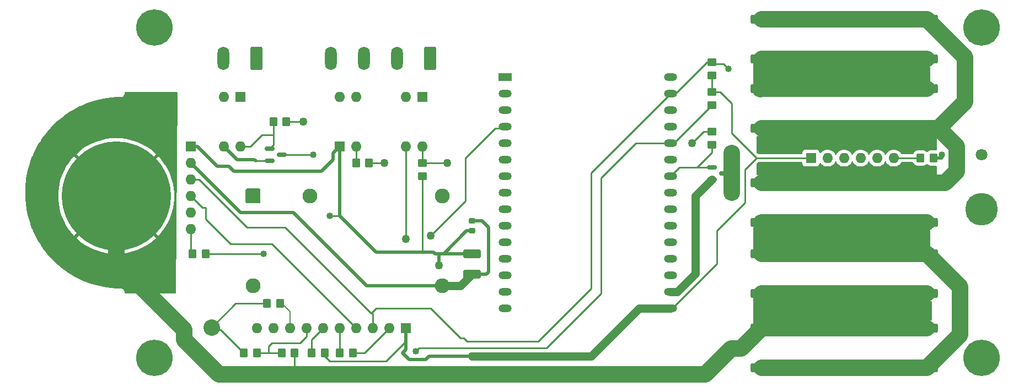
<source format=gbr>
%TF.GenerationSoftware,KiCad,Pcbnew,8.0.8+1*%
%TF.CreationDate,2025-02-28T13:17:03+11:00*%
%TF.ProjectId,vmon,766d6f6e-2e6b-4696-9361-645f70636258,rev?*%
%TF.SameCoordinates,Original*%
%TF.FileFunction,Copper,L1,Top*%
%TF.FilePolarity,Positive*%
%FSLAX46Y46*%
G04 Gerber Fmt 4.6, Leading zero omitted, Abs format (unit mm)*
G04 Created by KiCad (PCBNEW 8.0.8+1) date 2025-02-28 13:17:03*
%MOMM*%
%LPD*%
G01*
G04 APERTURE LIST*
G04 Aperture macros list*
%AMRoundRect*
0 Rectangle with rounded corners*
0 $1 Rounding radius*
0 $2 $3 $4 $5 $6 $7 $8 $9 X,Y pos of 4 corners*
0 Add a 4 corners polygon primitive as box body*
4,1,4,$2,$3,$4,$5,$6,$7,$8,$9,$2,$3,0*
0 Add four circle primitives for the rounded corners*
1,1,$1+$1,$2,$3*
1,1,$1+$1,$4,$5*
1,1,$1+$1,$6,$7*
1,1,$1+$1,$8,$9*
0 Add four rect primitives between the rounded corners*
20,1,$1+$1,$2,$3,$4,$5,0*
20,1,$1+$1,$4,$5,$6,$7,0*
20,1,$1+$1,$6,$7,$8,$9,0*
20,1,$1+$1,$8,$9,$2,$3,0*%
G04 Aperture macros list end*
%TA.AperFunction,SMDPad,CuDef*%
%ADD10RoundRect,0.250000X-0.350000X-0.450000X0.350000X-0.450000X0.350000X0.450000X-0.350000X0.450000X0*%
%TD*%
%TA.AperFunction,ComponentPad*%
%ADD11R,2.000000X1.200000*%
%TD*%
%TA.AperFunction,ComponentPad*%
%ADD12O,2.000000X1.200000*%
%TD*%
%TA.AperFunction,ComponentPad*%
%ADD13R,1.600000X1.600000*%
%TD*%
%TA.AperFunction,ComponentPad*%
%ADD14O,1.600000X1.600000*%
%TD*%
%TA.AperFunction,ComponentPad*%
%ADD15RoundRect,0.250000X0.650000X1.550000X-0.650000X1.550000X-0.650000X-1.550000X0.650000X-1.550000X0*%
%TD*%
%TA.AperFunction,ComponentPad*%
%ADD16O,1.800000X3.600000*%
%TD*%
%TA.AperFunction,SMDPad,CuDef*%
%ADD17RoundRect,0.249999X1.425001X-0.450001X1.425001X0.450001X-1.425001X0.450001X-1.425001X-0.450001X0*%
%TD*%
%TA.AperFunction,SMDPad,CuDef*%
%ADD18RoundRect,0.249999X-1.425001X0.450001X-1.425001X-0.450001X1.425001X-0.450001X1.425001X0.450001X0*%
%TD*%
%TA.AperFunction,SMDPad,CuDef*%
%ADD19RoundRect,0.250000X0.350000X0.450000X-0.350000X0.450000X-0.350000X-0.450000X0.350000X-0.450000X0*%
%TD*%
%TA.AperFunction,SMDPad,CuDef*%
%ADD20RoundRect,0.250000X-1.100000X0.412500X-1.100000X-0.412500X1.100000X-0.412500X1.100000X0.412500X0*%
%TD*%
%TA.AperFunction,ComponentPad*%
%ADD21C,3.600000*%
%TD*%
%TA.AperFunction,ConnectorPad*%
%ADD22C,5.600000*%
%TD*%
%TA.AperFunction,SMDPad,CuDef*%
%ADD23RoundRect,0.250000X-0.450000X0.350000X-0.450000X-0.350000X0.450000X-0.350000X0.450000X0.350000X0*%
%TD*%
%TA.AperFunction,ComponentPad*%
%ADD24RoundRect,0.250000X-0.893000X0.893000X-0.893000X-0.893000X0.893000X-0.893000X0.893000X0.893000X0*%
%TD*%
%TA.AperFunction,ComponentPad*%
%ADD25C,2.286000*%
%TD*%
%TA.AperFunction,ComponentPad*%
%ADD26C,2.900000*%
%TD*%
%TA.AperFunction,ConnectorPad*%
%ADD27C,5.000000*%
%TD*%
%TA.AperFunction,SMDPad,CuDef*%
%ADD28RoundRect,0.250000X0.450000X-0.350000X0.450000X0.350000X-0.450000X0.350000X-0.450000X-0.350000X0*%
%TD*%
%TA.AperFunction,ComponentPad*%
%ADD29C,8.800000*%
%TD*%
%TA.AperFunction,ConnectorPad*%
%ADD30C,16.800000*%
%TD*%
%TA.AperFunction,SMDPad,CuDef*%
%ADD31RoundRect,0.150000X-0.587500X-0.150000X0.587500X-0.150000X0.587500X0.150000X-0.587500X0.150000X0*%
%TD*%
%TA.AperFunction,SMDPad,CuDef*%
%ADD32RoundRect,0.225000X0.250000X-0.225000X0.250000X0.225000X-0.250000X0.225000X-0.250000X-0.225000X0*%
%TD*%
%TA.AperFunction,ComponentPad*%
%ADD33C,1.800000*%
%TD*%
%TA.AperFunction,ViaPad*%
%ADD34C,1.270000*%
%TD*%
%TA.AperFunction,ViaPad*%
%ADD35C,2.540000*%
%TD*%
%TA.AperFunction,ViaPad*%
%ADD36C,1.016000*%
%TD*%
%TA.AperFunction,Conductor*%
%ADD37C,2.540000*%
%TD*%
%TA.AperFunction,Conductor*%
%ADD38C,0.254000*%
%TD*%
%TA.AperFunction,Conductor*%
%ADD39C,0.508000*%
%TD*%
%TA.AperFunction,Conductor*%
%ADD40C,1.270000*%
%TD*%
%TA.AperFunction,Conductor*%
%ADD41C,0.200000*%
%TD*%
G04 APERTURE END LIST*
D10*
%TO.P,R7,1*%
%TO.N,Net-(U3-SDO)*%
X61738000Y-108458000D03*
%TO.P,R7,2*%
%TO.N,+3V3*%
X63738000Y-108458000D03*
%TD*%
D11*
%TO.P,U1,1,EN*%
%TO.N,unconnected-(U1-EN-Pad1)*%
X109728000Y-81280000D03*
D12*
%TO.P,U1,2,VP*%
%TO.N,unconnected-(U1-VP-Pad2)*%
X109728000Y-83820000D03*
%TO.P,U1,3,VN*%
%TO.N,unconnected-(U1-VN-Pad3)*%
X109728000Y-86360000D03*
%TO.P,U1,4,D34*%
%TO.N,Net-(U1-D34)*%
X109728000Y-88900000D03*
%TO.P,U1,5,D35*%
%TO.N,unconnected-(U1-D35-Pad5)*%
X109728000Y-91440000D03*
%TO.P,U1,6,D32*%
%TO.N,unconnected-(U1-D32-Pad6)*%
X109728000Y-93980000D03*
%TO.P,U1,7,D33*%
%TO.N,unconnected-(U1-D33-Pad7)*%
X109728000Y-96520000D03*
%TO.P,U1,8,D25*%
%TO.N,unconnected-(U1-D25-Pad8)*%
X109728000Y-99060000D03*
%TO.P,U1,9,D26*%
%TO.N,unconnected-(U1-D26-Pad9)*%
X109728000Y-101600000D03*
%TO.P,U1,10,D27*%
%TO.N,unconnected-(U1-D27-Pad10)*%
X109728000Y-104140000D03*
%TO.P,U1,11,D14*%
%TO.N,unconnected-(U1-D14-Pad11)*%
X109728000Y-106680000D03*
%TO.P,U1,12,D12*%
%TO.N,unconnected-(U1-D12-Pad12)*%
X109728000Y-109220000D03*
%TO.P,U1,13,D13*%
%TO.N,unconnected-(U1-D13-Pad13)*%
X109728000Y-111760000D03*
%TO.P,U1,14,GND*%
%TO.N,GND*%
X109728000Y-114300000D03*
%TO.P,U1,15,VIN*%
%TO.N,Net-(U1-VIN)*%
X109728000Y-116840000D03*
%TO.P,U1,16,3V3*%
%TO.N,+3V3*%
X135128000Y-116840000D03*
%TO.P,U1,17,GND*%
%TO.N,GND*%
X135128000Y-114300000D03*
%TO.P,U1,18,D15*%
%TO.N,unconnected-(U1-D15-Pad18)*%
X135128000Y-111760000D03*
%TO.P,U1,19,D2*%
%TO.N,unconnected-(U1-D2-Pad19)*%
X135128000Y-109220000D03*
%TO.P,U1,20,D4*%
%TO.N,unconnected-(U1-D4-Pad20)*%
X135128000Y-106680000D03*
%TO.P,U1,21,D16*%
%TO.N,/MOSI*%
X135128000Y-104140000D03*
%TO.P,U1,22,D17*%
%TO.N,/MISO*%
X135128000Y-101600000D03*
%TO.P,U1,23,D5*%
%TO.N,unconnected-(U1-D5-Pad23)*%
X135128000Y-99060000D03*
%TO.P,U1,24,D18*%
%TO.N,Net-(Q2-G)*%
X135128000Y-96520000D03*
%TO.P,U1,25,D19*%
%TO.N,unconnected-(U1-D19-Pad25)*%
X135128000Y-93980000D03*
%TO.P,U1,26,D21*%
%TO.N,/SDA*%
X135128000Y-91440000D03*
%TO.P,U1,27,RXD0*%
%TO.N,unconnected-(U1-RXD0-Pad27)*%
X135128000Y-88900000D03*
%TO.P,U1,28,TXD0*%
%TO.N,unconnected-(U1-TXD0-Pad28)*%
X135128000Y-86360000D03*
%TO.P,U1,29,D22*%
%TO.N,/SCL*%
X135128000Y-83820000D03*
%TO.P,U1,30,D23*%
%TO.N,unconnected-(U1-D23-Pad30)*%
X135128000Y-81280000D03*
%TD*%
D13*
%TO.P,U6,1*%
%TO.N,Net-(J4-Pin_1)*%
X97028000Y-84328000D03*
D14*
%TO.P,U6,2*%
%TO.N,Net-(J4-Pin_2)*%
X94488000Y-84328000D03*
%TO.P,U6,3*%
%TO.N,GND*%
X94488000Y-91948000D03*
%TO.P,U6,4*%
%TO.N,/MOSI*%
X97028000Y-91948000D03*
%TD*%
D15*
%TO.P,J4,1,Pin_1*%
%TO.N,Net-(J4-Pin_1)*%
X98243000Y-78370500D03*
D16*
%TO.P,J4,2,Pin_2*%
%TO.N,Net-(J4-Pin_2)*%
X93163000Y-78370500D03*
%TO.P,J4,3,Pin_3*%
%TO.N,Net-(J4-Pin_3)*%
X88083000Y-78370500D03*
%TO.P,J4,4,Pin_4*%
%TO.N,Net-(J4-Pin_4)*%
X83003000Y-78370500D03*
%TD*%
D17*
%TO.P,R12,1*%
%TO.N,Net-(Q2-D)*%
X149098000Y-78484000D03*
%TO.P,R12,2*%
%TO.N,+12VA*%
X149098000Y-72384000D03*
%TD*%
%TO.P,R23,1*%
%TO.N,Net-(Q2-D)*%
X155448000Y-103634000D03*
%TO.P,R23,2*%
%TO.N,+12VA*%
X155448000Y-97534000D03*
%TD*%
%TO.P,R35,1*%
%TO.N,Net-(Q2-D)*%
X168148000Y-125984000D03*
%TO.P,R35,2*%
%TO.N,+12VA*%
X168148000Y-119884000D03*
%TD*%
%TO.P,R24,1*%
%TO.N,Net-(Q2-D)*%
X161798000Y-103634000D03*
%TO.P,R24,2*%
%TO.N,+12VA*%
X161798000Y-97534000D03*
%TD*%
D18*
%TO.P,R20,1*%
%TO.N,Net-(Q2-D)*%
X168148000Y-83054000D03*
%TO.P,R20,2*%
%TO.N,+12VA*%
X168148000Y-89154000D03*
%TD*%
D19*
%TO.P,R2,1*%
%TO.N,+12VA*%
X77438000Y-123698000D03*
%TO.P,R2,2*%
%TO.N,Net-(U8-AN0)*%
X75438000Y-123698000D03*
%TD*%
D20*
%TO.P,C1,1*%
%TO.N,+3V3*%
X104648000Y-108458000D03*
%TO.P,C1,2*%
%TO.N,GND*%
X104648000Y-111583000D03*
%TD*%
D17*
%TO.P,R22,1*%
%TO.N,Net-(Q2-D)*%
X149098000Y-103634000D03*
%TO.P,R22,2*%
%TO.N,+12VA*%
X149098000Y-97534000D03*
%TD*%
D18*
%TO.P,R21,1*%
%TO.N,Net-(Q2-D)*%
X174498000Y-83054000D03*
%TO.P,R21,2*%
%TO.N,+12VA*%
X174498000Y-89154000D03*
%TD*%
D21*
%TO.P,H1,1,1*%
%TO.N,unconnected-(H1-Pad1)*%
X55880000Y-73660000D03*
D22*
X55880000Y-73660000D03*
%TD*%
D23*
%TO.P,R37,1*%
%TO.N,/SCL*%
X141478000Y-78994000D03*
%TO.P,R37,2*%
%TO.N,+3V3*%
X141478000Y-80994000D03*
%TD*%
D13*
%TO.P,U3,1,VCC*%
%TO.N,+3V3*%
X61468000Y-91948000D03*
D14*
%TO.P,U3,2,GND*%
%TO.N,GND*%
X61468000Y-94488000D03*
%TO.P,U3,3,SCL*%
%TO.N,/SCL*%
X61468000Y-97028000D03*
%TO.P,U3,4,SDA*%
%TO.N,/SDA*%
X61468000Y-99568000D03*
%TO.P,U3,5*%
%TO.N,N/C*%
X61468000Y-102108000D03*
%TO.P,U3,6,SDO*%
%TO.N,Net-(U3-SDO)*%
X61468000Y-104648000D03*
%TD*%
D21*
%TO.P,H4,1,1*%
%TO.N,unconnected-(H4-Pad1)*%
X182880000Y-124460000D03*
D22*
X182880000Y-124460000D03*
%TD*%
D17*
%TO.P,R26,1*%
%TO.N,Net-(Q2-D)*%
X174498000Y-103634000D03*
%TO.P,R26,2*%
%TO.N,+12VA*%
X174498000Y-97534000D03*
%TD*%
D19*
%TO.P,R3,1*%
%TO.N,Net-(U8-AN0)*%
X71612000Y-123698000D03*
%TO.P,R3,2*%
%TO.N,GND*%
X69612000Y-123698000D03*
%TD*%
D15*
%TO.P,J3,1,Pin_1*%
%TO.N,Net-(J3-Pin_1)*%
X71573000Y-78370500D03*
D16*
%TO.P,J3,2,Pin_2*%
%TO.N,Net-(J3-Pin_2)*%
X66493000Y-78370500D03*
%TD*%
D17*
%TO.P,R34,1*%
%TO.N,Net-(Q2-D)*%
X161798000Y-125984000D03*
%TO.P,R34,2*%
%TO.N,+12VA*%
X161798000Y-119884000D03*
%TD*%
D19*
%TO.P,R9,1*%
%TO.N,GND*%
X86360000Y-123698000D03*
%TO.P,R9,2*%
%TO.N,Net-(U8-ADDR)*%
X84360000Y-123698000D03*
%TD*%
D18*
%TO.P,R28,1*%
%TO.N,Net-(Q2-D)*%
X155448000Y-108454000D03*
%TO.P,R28,2*%
%TO.N,+12VA*%
X155448000Y-114554000D03*
%TD*%
%TO.P,R30,1*%
%TO.N,Net-(Q2-D)*%
X168148000Y-108454000D03*
%TO.P,R30,2*%
%TO.N,+12VA*%
X168148000Y-114554000D03*
%TD*%
%TO.P,R19,1*%
%TO.N,Net-(Q2-D)*%
X161798000Y-83054000D03*
%TO.P,R19,2*%
%TO.N,+12VA*%
X161798000Y-89154000D03*
%TD*%
D13*
%TO.P,U4,1,VCC*%
%TO.N,+3V3*%
X156718000Y-93724000D03*
D14*
%TO.P,U4,2,GND*%
%TO.N,GND*%
X159258000Y-93724000D03*
%TO.P,U4,3,SCL*%
%TO.N,/SCL*%
X161798000Y-93724000D03*
%TO.P,U4,4,SDA*%
%TO.N,/SDA*%
X164338000Y-93724000D03*
%TO.P,U4,5*%
%TO.N,N/C*%
X166878000Y-93724000D03*
%TO.P,U4,6,SDO*%
%TO.N,Net-(U4-SDO)*%
X169418000Y-93724000D03*
%TD*%
D18*
%TO.P,R27,1*%
%TO.N,Net-(Q2-D)*%
X149098000Y-108454000D03*
%TO.P,R27,2*%
%TO.N,+12VA*%
X149098000Y-114554000D03*
%TD*%
D13*
%TO.P,U5,1*%
%TO.N,Net-(J3-Pin_1)*%
X69093000Y-84338000D03*
D14*
%TO.P,U5,2*%
%TO.N,Net-(J3-Pin_2)*%
X66553000Y-84338000D03*
%TO.P,U5,3*%
%TO.N,GND*%
X66553000Y-91958000D03*
%TO.P,U5,4*%
%TO.N,Net-(Q1-B)*%
X69093000Y-91958000D03*
%TD*%
D24*
%TO.P,U2,1,Vin_p*%
%TO.N,+12VA*%
X71098000Y-99551400D03*
D25*
%TO.P,U2,2,Vin_gnd*%
%TO.N,GND*%
X71098000Y-113351400D03*
%TO.P,U2,3,VO_GND*%
X100098000Y-113351400D03*
%TO.P,U2,4,V5V_p*%
%TO.N,Net-(U1-VIN)*%
X100098000Y-99551400D03*
%TO.P,U2,5,EN*%
%TO.N,Net-(Q1-C)*%
X79756000Y-99568000D03*
%TD*%
D19*
%TO.P,R1,1*%
%TO.N,+12VA*%
X76168000Y-88138000D03*
%TO.P,R1,2*%
%TO.N,Net-(Q1-B)*%
X74168000Y-88138000D03*
%TD*%
D21*
%TO.P,H3,1,1*%
%TO.N,unconnected-(H3-Pad1)*%
X182880000Y-73660000D03*
D22*
X182880000Y-73660000D03*
%TD*%
D26*
%TO.P,H2,1,1*%
%TO.N,GND*%
X182880000Y-101600000D03*
D27*
X182880000Y-101600000D03*
%TD*%
D28*
%TO.P,R5,1*%
%TO.N,+3V3*%
X97028000Y-96504000D03*
%TO.P,R5,2*%
%TO.N,/MOSI*%
X97028000Y-94504000D03*
%TD*%
D29*
%TO.P,B12+1,1,1*%
%TO.N,+12VA*%
X50038000Y-99568000D03*
D30*
X50038000Y-99568000D03*
%TD*%
D13*
%TO.P,U8,1,VDD*%
%TO.N,+3V3*%
X94488000Y-119888000D03*
D14*
%TO.P,U8,2,GND*%
%TO.N,GND*%
X91948000Y-119888000D03*
%TO.P,U8,3,SCL*%
%TO.N,/SCL*%
X89408000Y-119888000D03*
%TO.P,U8,4,SDA*%
%TO.N,/SDA*%
X86868000Y-119888000D03*
%TO.P,U8,5,ADDR*%
%TO.N,Net-(U8-ADDR)*%
X84328000Y-119888000D03*
%TO.P,U8,6,ALRT*%
%TO.N,Net-(U1-D34)*%
X81788000Y-119888000D03*
%TO.P,U8,7,AN0*%
%TO.N,Net-(U8-AN0)*%
X79248000Y-119888000D03*
%TO.P,U8,8,AN1*%
%TO.N,Net-(U8-AN1)*%
X76708000Y-119888000D03*
%TO.P,U8,9,AN2*%
%TO.N,unconnected-(U8-AN2-Pad9)*%
X74168000Y-119888000D03*
%TO.P,U8,10,AN3*%
%TO.N,unconnected-(U8-AN3-Pad10)*%
X71628000Y-119888000D03*
%TD*%
D13*
%TO.P,U7,1*%
%TO.N,+3V3*%
X84328000Y-91948000D03*
D14*
%TO.P,U7,2*%
%TO.N,Net-(R6-Pad1)*%
X86868000Y-91948000D03*
%TO.P,U7,3*%
%TO.N,Net-(J4-Pin_4)*%
X86868000Y-84328000D03*
%TO.P,U7,4*%
%TO.N,Net-(J4-Pin_3)*%
X84328000Y-84328000D03*
%TD*%
D17*
%TO.P,R13,1*%
%TO.N,Net-(Q2-D)*%
X155448000Y-78484000D03*
%TO.P,R13,2*%
%TO.N,+12VA*%
X155448000Y-72384000D03*
%TD*%
%TO.P,R33,1*%
%TO.N,Net-(Q2-D)*%
X155448000Y-125984000D03*
%TO.P,R33,2*%
%TO.N,+12VA*%
X155448000Y-119884000D03*
%TD*%
%TO.P,R36,1*%
%TO.N,Net-(Q2-D)*%
X174498000Y-125984000D03*
%TO.P,R36,2*%
%TO.N,+12VA*%
X174498000Y-119884000D03*
%TD*%
D31*
%TO.P,Q2,1,G*%
%TO.N,Net-(Q2-G)*%
X141478000Y-95128000D03*
%TO.P,Q2,2,S*%
%TO.N,GND*%
X141478000Y-97028000D03*
%TO.P,Q2,3,D*%
%TO.N,Net-(Q2-D)*%
X143353000Y-96078000D03*
%TD*%
D21*
%TO.P,H5,1,1*%
%TO.N,unconnected-(H5-Pad1)*%
X55880000Y-124460000D03*
D22*
X55880000Y-124460000D03*
%TD*%
D23*
%TO.P,R11,1*%
%TO.N,GND*%
X141478000Y-89678000D03*
%TO.P,R11,2*%
%TO.N,Net-(Q2-G)*%
X141478000Y-91678000D03*
%TD*%
D18*
%TO.P,R18,1*%
%TO.N,Net-(Q2-D)*%
X155448000Y-83054000D03*
%TO.P,R18,2*%
%TO.N,+12VA*%
X155448000Y-89154000D03*
%TD*%
D17*
%TO.P,R25,1*%
%TO.N,Net-(Q2-D)*%
X168148000Y-103634000D03*
%TO.P,R25,2*%
%TO.N,+12VA*%
X168148000Y-97534000D03*
%TD*%
D19*
%TO.P,R4,1*%
%TO.N,Net-(U8-AN1)*%
X75168000Y-116078000D03*
%TO.P,R4,2*%
%TO.N,GND*%
X73168000Y-116078000D03*
%TD*%
D32*
%TO.P,C2,1*%
%TO.N,+3V3*%
X104648000Y-104928000D03*
%TO.P,C2,2*%
%TO.N,GND*%
X104648000Y-103378000D03*
%TD*%
D17*
%TO.P,R14,1*%
%TO.N,Net-(Q2-D)*%
X161798000Y-78484000D03*
%TO.P,R14,2*%
%TO.N,+12VA*%
X161798000Y-72384000D03*
%TD*%
D18*
%TO.P,R29,1*%
%TO.N,Net-(Q2-D)*%
X161798000Y-108454000D03*
%TO.P,R29,2*%
%TO.N,+12VA*%
X161798000Y-114554000D03*
%TD*%
D31*
%TO.P,Q1,1,B*%
%TO.N,Net-(Q1-B)*%
X73563000Y-92268000D03*
%TO.P,Q1,2,E*%
%TO.N,GND*%
X73563000Y-94168000D03*
%TO.P,Q1,3,C*%
%TO.N,Net-(Q1-C)*%
X75438000Y-93218000D03*
%TD*%
D17*
%TO.P,R15,1*%
%TO.N,Net-(Q2-D)*%
X168148000Y-78484000D03*
%TO.P,R15,2*%
%TO.N,+12VA*%
X168148000Y-72384000D03*
%TD*%
D18*
%TO.P,R17,1*%
%TO.N,Net-(Q2-D)*%
X149098000Y-83054000D03*
%TO.P,R17,2*%
%TO.N,+12VA*%
X149098000Y-89154000D03*
%TD*%
D17*
%TO.P,R16,1*%
%TO.N,Net-(Q2-D)*%
X174498000Y-78484000D03*
%TO.P,R16,2*%
%TO.N,+12VA*%
X174498000Y-72384000D03*
%TD*%
D10*
%TO.P,R6,1*%
%TO.N,Net-(R6-Pad1)*%
X86868000Y-94488000D03*
%TO.P,R6,2*%
%TO.N,/MISO*%
X88868000Y-94488000D03*
%TD*%
D18*
%TO.P,R31,1*%
%TO.N,Net-(Q2-D)*%
X174498000Y-108454000D03*
%TO.P,R31,2*%
%TO.N,+12VA*%
X174498000Y-114554000D03*
%TD*%
D23*
%TO.P,R38,1*%
%TO.N,+3V3*%
X141478000Y-83598000D03*
%TO.P,R38,2*%
%TO.N,/SDA*%
X141478000Y-85598000D03*
%TD*%
D19*
%TO.P,R8,1*%
%TO.N,+3V3*%
X82026000Y-123698000D03*
%TO.P,R8,2*%
%TO.N,Net-(U1-D34)*%
X80026000Y-123698000D03*
%TD*%
D33*
%TO.P,TP1,1,1*%
%TO.N,GND*%
X182880000Y-93218000D03*
%TD*%
D19*
%TO.P,R10,1*%
%TO.N,GND*%
X175498000Y-93724000D03*
%TO.P,R10,2*%
%TO.N,Net-(U4-SDO)*%
X173498000Y-93724000D03*
%TD*%
D17*
%TO.P,R32,1*%
%TO.N,Net-(Q2-D)*%
X149098000Y-125984000D03*
%TO.P,R32,2*%
%TO.N,+12VA*%
X149098000Y-119884000D03*
%TD*%
D34*
%TO.N,+12VA*%
X78740000Y-88138000D03*
D35*
X154940000Y-114554000D03*
X152400000Y-97534000D03*
X152146000Y-114554000D03*
X155194000Y-97536000D03*
X158242000Y-97536000D03*
X157988000Y-114554000D03*
%TO.N,GND*%
X64665700Y-119783700D03*
D34*
X138938000Y-99822000D03*
X94488000Y-106172000D03*
X138430000Y-91440000D03*
D36*
X176784000Y-93218000D03*
%TO.N,+3V3*%
X82804000Y-102616000D03*
X72644000Y-108458000D03*
D34*
X104648000Y-124206000D03*
X99568000Y-110236000D03*
D36*
%TO.N,Net-(Q1-C)*%
X80264000Y-93218000D03*
D35*
%TO.N,Net-(Q2-D)*%
X148984750Y-83171250D03*
X149098000Y-103634000D03*
X144526000Y-92964000D03*
X144526000Y-99062000D03*
D34*
%TO.N,/MOSI*%
X100838000Y-94488000D03*
%TO.N,/MISO*%
X91186000Y-94488000D03*
%TO.N,Net-(U1-D34)*%
X98298000Y-105664000D03*
D36*
%TO.N,/SCL*%
X144018000Y-80010000D03*
%TO.N,/SDA*%
X96012000Y-123444000D03*
%TD*%
D37*
%TO.N,+12VA*%
X176276000Y-89154000D02*
X174498000Y-89154000D01*
X149098000Y-89154000D02*
X174498000Y-89154000D01*
X149606000Y-97534000D02*
X152400000Y-97534000D01*
X144433000Y-123029000D02*
X140462000Y-127000000D01*
X60452000Y-121666000D02*
X65786000Y-127000000D01*
X140462000Y-127000000D02*
X77470000Y-127000000D01*
X149098000Y-97534000D02*
X149606000Y-97534000D01*
X77470000Y-127000000D02*
X65786000Y-127000000D01*
X50038000Y-109728000D02*
X60452000Y-120142000D01*
X149352000Y-114554000D02*
X152146000Y-114554000D01*
X174498000Y-97534000D02*
X177294000Y-97534000D01*
X179070000Y-95758000D02*
X179070000Y-91948000D01*
X177294000Y-97534000D02*
X179070000Y-95758000D01*
X50038000Y-109728000D02*
X50038000Y-99568000D01*
X180340000Y-78226000D02*
X180340000Y-85090000D01*
X152146000Y-114554000D02*
X173990000Y-114554000D01*
X152400000Y-97534000D02*
X174498000Y-97534000D01*
D38*
X77438000Y-123698000D02*
X77438000Y-126968000D01*
D37*
X174498000Y-72384000D02*
X180340000Y-78226000D01*
X179070000Y-91948000D02*
X176276000Y-89154000D01*
D38*
X76168000Y-88138000D02*
X78740000Y-88138000D01*
D37*
X149098000Y-119884000D02*
X145953000Y-123029000D01*
X149098000Y-119884000D02*
X149352000Y-119884000D01*
X145953000Y-123029000D02*
X144433000Y-123029000D01*
X60452000Y-121666000D02*
X60452000Y-120142000D01*
X173990000Y-114554000D02*
X174498000Y-114554000D01*
X149098000Y-114554000D02*
X149352000Y-114554000D01*
X149352000Y-119884000D02*
X174498000Y-119884000D01*
D38*
X77438000Y-126968000D02*
X77470000Y-127000000D01*
D37*
X149098000Y-119884000D02*
X149098000Y-114554000D01*
X180340000Y-85090000D02*
X176276000Y-89154000D01*
X149098000Y-72384000D02*
X174498000Y-72384000D01*
D39*
%TO.N,GND*%
X77216000Y-102108000D02*
X88459400Y-113351400D01*
D40*
X138938000Y-111506000D02*
X136144000Y-114300000D01*
X102879600Y-113351400D02*
X104648000Y-111583000D01*
D38*
X94488000Y-106172000D02*
X94488000Y-91948000D01*
D40*
X138938000Y-99822000D02*
X138938000Y-111506000D01*
D38*
X68371400Y-116078000D02*
X64665700Y-119783700D01*
D39*
X176784000Y-93726000D02*
X176784000Y-93218000D01*
D40*
X138938000Y-99568000D02*
X138938000Y-99822000D01*
D38*
X73168000Y-116078000D02*
X68371400Y-116078000D01*
D39*
X71252000Y-93980000D02*
X71440000Y-94168000D01*
D38*
X73563000Y-94168000D02*
X71440000Y-94168000D01*
X88138000Y-123698000D02*
X86360000Y-123698000D01*
D40*
X100098000Y-113351400D02*
X102879600Y-113351400D01*
D39*
X68575000Y-93980000D02*
X71252000Y-93980000D01*
X61468000Y-94488000D02*
X69088000Y-102108000D01*
X175498000Y-93724000D02*
X176782000Y-93724000D01*
X104648000Y-111583000D02*
X106857000Y-111583000D01*
X107188000Y-111252000D02*
X107188000Y-104394000D01*
X88459400Y-113351400D02*
X100098000Y-113351400D01*
D38*
X73168000Y-116078000D02*
X73168000Y-115421400D01*
D39*
X106172000Y-103378000D02*
X104648000Y-103378000D01*
D38*
X140192000Y-89678000D02*
X138430000Y-91440000D01*
D39*
X69088000Y-102108000D02*
X77216000Y-102108000D01*
D38*
X91948000Y-119888000D02*
X88138000Y-123698000D01*
D39*
X66553000Y-91958000D02*
X68575000Y-93980000D01*
D38*
X69612000Y-123698000D02*
X66040000Y-120126000D01*
D40*
X136144000Y-114300000D02*
X135128000Y-114300000D01*
D38*
X141478000Y-89678000D02*
X140192000Y-89678000D01*
D39*
X176782000Y-93724000D02*
X176784000Y-93726000D01*
D38*
X66040000Y-120126000D02*
X65008000Y-120126000D01*
D39*
X106857000Y-111583000D02*
X107188000Y-111252000D01*
D38*
X65008000Y-120126000D02*
X64665700Y-119783700D01*
D40*
X141478000Y-97028000D02*
X138938000Y-99568000D01*
D39*
X107188000Y-104394000D02*
X106172000Y-103378000D01*
D40*
%TO.N,+3V3*%
X135128000Y-116840000D02*
X130302000Y-116840000D01*
D39*
X68072000Y-95758000D02*
X81534000Y-95758000D01*
X94488000Y-123190000D02*
X94488000Y-119888000D01*
D38*
X146558000Y-95500000D02*
X146558000Y-100584000D01*
X148334000Y-93724000D02*
X144526000Y-89916000D01*
D39*
X97536000Y-124714000D02*
X94996000Y-124714000D01*
D38*
X142240000Y-104902000D02*
X142240000Y-109982000D01*
D39*
X97028000Y-108204000D02*
X89916000Y-108204000D01*
D38*
X144526000Y-85344000D02*
X142780000Y-83598000D01*
X141478000Y-80994000D02*
X141478000Y-83598000D01*
D39*
X93980000Y-123698000D02*
X94488000Y-123190000D01*
D40*
X122936000Y-124206000D02*
X130302000Y-116840000D01*
D39*
X98044000Y-124206000D02*
X97536000Y-124714000D01*
D38*
X144526000Y-89916000D02*
X144526000Y-85344000D01*
D39*
X84328000Y-102616000D02*
X89916000Y-108204000D01*
D38*
X84328000Y-102616000D02*
X82804000Y-102616000D01*
D39*
X94996000Y-124714000D02*
X93980000Y-123698000D01*
D38*
X82026000Y-124190000D02*
X82804000Y-124968000D01*
X142240000Y-109982000D02*
X135382000Y-116840000D01*
D39*
X65532000Y-94996000D02*
X67310000Y-94996000D01*
D38*
X91440000Y-124968000D02*
X94488000Y-121920000D01*
X82026000Y-123698000D02*
X82026000Y-124190000D01*
D39*
X83312000Y-93980000D02*
X83312000Y-92964000D01*
D38*
X148334000Y-93724000D02*
X146558000Y-95500000D01*
D39*
X104648000Y-108458000D02*
X100330000Y-108458000D01*
D38*
X146558000Y-100584000D02*
X142240000Y-104902000D01*
X97028000Y-96504000D02*
X97028000Y-108204000D01*
D39*
X99568000Y-110236000D02*
X99568000Y-108458000D01*
D38*
X94488000Y-121920000D02*
X94488000Y-119888000D01*
D39*
X81534000Y-95758000D02*
X83312000Y-93980000D01*
X104648000Y-124206000D02*
X98044000Y-124206000D01*
D40*
X104648000Y-124206000D02*
X122936000Y-124206000D01*
D39*
X67310000Y-94996000D02*
X68072000Y-95758000D01*
X83312000Y-92964000D02*
X84328000Y-91948000D01*
D38*
X135382000Y-116840000D02*
X135128000Y-116840000D01*
D39*
X104648000Y-104928000D02*
X103860000Y-104928000D01*
X99035466Y-108458000D02*
X98781466Y-108204000D01*
D38*
X82804000Y-124968000D02*
X91440000Y-124968000D01*
D39*
X103860000Y-104928000D02*
X100330000Y-108458000D01*
X62484000Y-91948000D02*
X65532000Y-94996000D01*
X61468000Y-91948000D02*
X62484000Y-91948000D01*
X84328000Y-102616000D02*
X84328000Y-91948000D01*
D38*
X63738000Y-108458000D02*
X72644000Y-108458000D01*
D39*
X99568000Y-108458000D02*
X99035466Y-108458000D01*
D38*
X156718000Y-93724000D02*
X148334000Y-93724000D01*
D39*
X98781466Y-108204000D02*
X97028000Y-108204000D01*
D38*
X142780000Y-83598000D02*
X141478000Y-83598000D01*
D39*
X100330000Y-108458000D02*
X99568000Y-108458000D01*
D38*
%TO.N,Net-(Q1-B)*%
X74168000Y-88138000D02*
X74168000Y-90170000D01*
X74168000Y-91663000D02*
X73563000Y-92268000D01*
X70602000Y-91958000D02*
X72390000Y-90170000D01*
X74168000Y-90170000D02*
X74168000Y-91663000D01*
X69093000Y-91958000D02*
X70602000Y-91958000D01*
X72390000Y-90170000D02*
X74168000Y-90170000D01*
%TO.N,Net-(Q1-C)*%
X75438000Y-93218000D02*
X80264000Y-93218000D01*
%TO.N,Net-(Q2-G)*%
X141478000Y-92842000D02*
X139192000Y-95128000D01*
X139192000Y-95128000D02*
X136520000Y-95128000D01*
X136520000Y-95128000D02*
X135128000Y-96520000D01*
X141478000Y-91678000D02*
X141478000Y-92842000D01*
X141478000Y-95128000D02*
X139192000Y-95128000D01*
D37*
%TO.N,Net-(Q2-D)*%
X149098000Y-125984000D02*
X174498000Y-125984000D01*
X179578000Y-120904000D02*
X179578000Y-113534000D01*
X179578000Y-113534000D02*
X174498000Y-108454000D01*
X149098000Y-78484000D02*
X149098000Y-82804000D01*
X149352000Y-108454000D02*
X174498000Y-108454000D01*
X144526000Y-96266000D02*
X144526000Y-92964000D01*
X149098000Y-103634000D02*
X149606000Y-103634000D01*
X144526000Y-99062000D02*
X144526000Y-96266000D01*
X149098000Y-82804000D02*
X149098000Y-83054000D01*
X149606000Y-103634000D02*
X174498000Y-103634000D01*
X149098000Y-83054000D02*
X174498000Y-83054000D01*
X174498000Y-125984000D02*
X179578000Y-120904000D01*
X149098000Y-104648000D02*
X149098000Y-108454000D01*
X149098000Y-108454000D02*
X149352000Y-108454000D01*
X149098000Y-78484000D02*
X174498000Y-78484000D01*
D38*
%TO.N,Net-(U8-AN0)*%
X78232000Y-122174000D02*
X73914000Y-122174000D01*
X79248000Y-121158000D02*
X78232000Y-122174000D01*
X73914000Y-122174000D02*
X73406000Y-122682000D01*
X73406000Y-122682000D02*
X73406000Y-123698000D01*
X73406000Y-123698000D02*
X74962000Y-123698000D01*
X79248000Y-119888000D02*
X79248000Y-121158000D01*
X72120000Y-123698000D02*
X73406000Y-123698000D01*
D41*
%TO.N,Net-(U8-AN1)*%
X76708000Y-119888000D02*
X76708000Y-117348000D01*
X76708000Y-117348000D02*
X75438000Y-116078000D01*
D38*
%TO.N,/MOSI*%
X97028000Y-91948000D02*
X97028000Y-94504000D01*
X97028000Y-94504000D02*
X100822000Y-94504000D01*
X100822000Y-94504000D02*
X100838000Y-94488000D01*
%TO.N,Net-(R6-Pad1)*%
X86868000Y-91948000D02*
X86868000Y-94488000D01*
%TO.N,/MISO*%
X91186000Y-94488000D02*
X88868000Y-94488000D01*
%TO.N,Net-(U3-SDO)*%
X61468000Y-104648000D02*
X61468000Y-108188000D01*
X61468000Y-108188000D02*
X61738000Y-108458000D01*
%TO.N,Net-(U1-D34)*%
X108204000Y-89154000D02*
X103632000Y-93726000D01*
X103632000Y-100330000D02*
X98298000Y-105664000D01*
X103632000Y-93726000D02*
X103632000Y-100330000D01*
X109474000Y-89154000D02*
X108204000Y-89154000D01*
X80026000Y-121650000D02*
X81788000Y-119888000D01*
X109728000Y-88900000D02*
X109474000Y-89154000D01*
X80026000Y-123698000D02*
X80026000Y-121650000D01*
%TO.N,Net-(U8-ADDR)*%
X84360000Y-123698000D02*
X84360000Y-119920000D01*
X84360000Y-119920000D02*
X84328000Y-119888000D01*
%TO.N,Net-(U4-SDO)*%
X173498000Y-93724000D02*
X169418000Y-93724000D01*
%TO.N,/SCL*%
X62738000Y-97028000D02*
X70104000Y-104394000D01*
X89916000Y-116840000D02*
X98298000Y-116840000D01*
X140716000Y-78994000D02*
X141478000Y-78994000D01*
X143764000Y-80010000D02*
X143732000Y-79978000D01*
X70104000Y-104394000D02*
X75946000Y-104394000D01*
X98298000Y-116840000D02*
X102870000Y-121412000D01*
X75946000Y-104394000D02*
X89154000Y-117602000D01*
X141478000Y-78994000D02*
X141732000Y-79248000D01*
X141732000Y-79248000D02*
X143256000Y-79248000D01*
X89154000Y-117602000D02*
X89916000Y-116840000D01*
X103378000Y-121412000D02*
X103886000Y-121920000D01*
X102870000Y-121412000D02*
X103378000Y-121412000D01*
X144018000Y-80010000D02*
X143764000Y-80010000D01*
X135128000Y-83820000D02*
X135890000Y-83820000D01*
X122936000Y-113792000D02*
X122936000Y-96012000D01*
X114808000Y-121920000D02*
X122936000Y-113792000D01*
X89154000Y-117602000D02*
X89408000Y-117602000D01*
X135890000Y-83820000D02*
X140716000Y-78994000D01*
X103886000Y-121920000D02*
X114808000Y-121920000D01*
X122936000Y-96012000D02*
X135128000Y-83820000D01*
X61468000Y-97028000D02*
X62738000Y-97028000D01*
X89408000Y-117602000D02*
X89408000Y-119888000D01*
X143256000Y-79248000D02*
X144018000Y-80010000D01*
%TO.N,/SDA*%
X129794000Y-91440000D02*
X124460000Y-96774000D01*
X63246000Y-101346000D02*
X61468000Y-99568000D01*
X86868000Y-119888000D02*
X73914000Y-106934000D01*
X63754000Y-103124000D02*
X63754000Y-101346000D01*
X135128000Y-91440000D02*
X135636000Y-91440000D01*
X73914000Y-106934000D02*
X67564000Y-106934000D01*
X135636000Y-91440000D02*
X141478000Y-85598000D01*
X67564000Y-106934000D02*
X63754000Y-103124000D01*
X135128000Y-91440000D02*
X129794000Y-91440000D01*
X96520000Y-122936000D02*
X96012000Y-123444000D01*
X63754000Y-101346000D02*
X63246000Y-101346000D01*
X124460000Y-114554000D02*
X116078000Y-122936000D01*
X116078000Y-122936000D02*
X96520000Y-122936000D01*
X124460000Y-96774000D02*
X124460000Y-114554000D01*
%TD*%
%TA.AperFunction,Conductor*%
%TO.N,Net-(Q2-D)*%
G36*
X153229568Y-104159685D02*
G01*
X153275323Y-104212489D01*
X153281224Y-104230315D01*
X153281364Y-104230269D01*
X153338640Y-104403119D01*
X153338645Y-104403130D01*
X153430680Y-104552340D01*
X153430683Y-104552344D01*
X153554655Y-104676316D01*
X153554659Y-104676319D01*
X153703869Y-104768354D01*
X153703880Y-104768359D01*
X153870302Y-104823505D01*
X153973020Y-104833999D01*
X155197999Y-104833999D01*
X155198000Y-104833998D01*
X155198000Y-104140000D01*
X155698000Y-104140000D01*
X155698000Y-104833999D01*
X156922972Y-104833999D01*
X156922986Y-104833998D01*
X157025696Y-104823505D01*
X157025698Y-104823505D01*
X157192119Y-104768359D01*
X157192130Y-104768354D01*
X157341340Y-104676319D01*
X157341344Y-104676316D01*
X157465316Y-104552344D01*
X157465319Y-104552340D01*
X157557354Y-104403130D01*
X157557359Y-104403119D01*
X157614636Y-104230269D01*
X157616155Y-104230772D01*
X157645503Y-104176606D01*
X157706716Y-104142921D01*
X157733471Y-104140000D01*
X159512529Y-104140000D01*
X159579568Y-104159685D01*
X159625323Y-104212489D01*
X159631224Y-104230315D01*
X159631364Y-104230269D01*
X159688640Y-104403119D01*
X159688645Y-104403130D01*
X159780680Y-104552340D01*
X159780683Y-104552344D01*
X159904655Y-104676316D01*
X159904659Y-104676319D01*
X160053869Y-104768354D01*
X160053880Y-104768359D01*
X160220302Y-104823505D01*
X160323020Y-104833999D01*
X161547999Y-104833999D01*
X161548000Y-104833998D01*
X161548000Y-104140000D01*
X162048000Y-104140000D01*
X162048000Y-104833999D01*
X163272972Y-104833999D01*
X163272986Y-104833998D01*
X163375696Y-104823505D01*
X163375698Y-104823505D01*
X163542119Y-104768359D01*
X163542130Y-104768354D01*
X163691340Y-104676319D01*
X163691344Y-104676316D01*
X163815316Y-104552344D01*
X163815319Y-104552340D01*
X163907354Y-104403130D01*
X163907359Y-104403119D01*
X163964636Y-104230269D01*
X163966155Y-104230772D01*
X163995503Y-104176606D01*
X164056716Y-104142921D01*
X164083471Y-104140000D01*
X165862529Y-104140000D01*
X165929568Y-104159685D01*
X165975323Y-104212489D01*
X165981224Y-104230315D01*
X165981364Y-104230269D01*
X166038640Y-104403119D01*
X166038645Y-104403130D01*
X166130680Y-104552340D01*
X166130683Y-104552344D01*
X166254655Y-104676316D01*
X166254659Y-104676319D01*
X166403869Y-104768354D01*
X166403880Y-104768359D01*
X166570302Y-104823505D01*
X166673020Y-104833999D01*
X167897999Y-104833999D01*
X167898000Y-104833998D01*
X167898000Y-104140000D01*
X168398000Y-104140000D01*
X168398000Y-104833999D01*
X169622972Y-104833999D01*
X169622986Y-104833998D01*
X169725696Y-104823505D01*
X169725698Y-104823505D01*
X169892119Y-104768359D01*
X169892130Y-104768354D01*
X170041340Y-104676319D01*
X170041344Y-104676316D01*
X170165316Y-104552344D01*
X170165319Y-104552340D01*
X170257354Y-104403130D01*
X170257359Y-104403119D01*
X170314636Y-104230269D01*
X170316155Y-104230772D01*
X170345503Y-104176606D01*
X170406716Y-104142921D01*
X170433471Y-104140000D01*
X172212529Y-104140000D01*
X172279568Y-104159685D01*
X172325323Y-104212489D01*
X172331224Y-104230315D01*
X172331364Y-104230269D01*
X172388640Y-104403119D01*
X172388645Y-104403130D01*
X172480680Y-104552340D01*
X172480683Y-104552344D01*
X172604655Y-104676316D01*
X172604659Y-104676319D01*
X172753869Y-104768354D01*
X172753880Y-104768359D01*
X172920302Y-104823505D01*
X173023020Y-104833999D01*
X174247999Y-104833999D01*
X174248000Y-104833998D01*
X174248000Y-104140000D01*
X174748000Y-104140000D01*
X174748000Y-104833999D01*
X174882000Y-104833999D01*
X174949039Y-104853684D01*
X174994794Y-104906488D01*
X175006000Y-104957999D01*
X175006000Y-107130000D01*
X174986315Y-107197039D01*
X174933511Y-107242794D01*
X174882000Y-107254000D01*
X174748000Y-107254000D01*
X174748000Y-108330000D01*
X174728315Y-108397039D01*
X174675511Y-108442794D01*
X174624000Y-108454000D01*
X174606000Y-108454000D01*
X174363749Y-108451577D01*
X174304961Y-108434315D01*
X174259206Y-108381511D01*
X174248000Y-108330000D01*
X174248000Y-107254000D01*
X173023028Y-107254000D01*
X173023012Y-107254001D01*
X172920303Y-107264494D01*
X172920301Y-107264494D01*
X172753880Y-107319640D01*
X172753869Y-107319645D01*
X172604659Y-107411680D01*
X172604655Y-107411683D01*
X172480683Y-107535655D01*
X172480680Y-107535659D01*
X172388645Y-107684869D01*
X172388640Y-107684880D01*
X172333494Y-107851302D01*
X172323000Y-107954013D01*
X172323000Y-108305923D01*
X172303315Y-108372962D01*
X172250511Y-108418717D01*
X172197760Y-108429917D01*
X170445759Y-108412396D01*
X170378920Y-108392042D01*
X170333695Y-108338783D01*
X170322999Y-108288402D01*
X170322999Y-107954028D01*
X170322998Y-107954013D01*
X170312505Y-107851303D01*
X170312505Y-107851301D01*
X170257359Y-107684880D01*
X170257354Y-107684869D01*
X170165319Y-107535659D01*
X170165316Y-107535655D01*
X170041344Y-107411683D01*
X170041340Y-107411680D01*
X169892130Y-107319645D01*
X169892119Y-107319640D01*
X169725697Y-107264494D01*
X169622986Y-107254000D01*
X168398000Y-107254000D01*
X168398000Y-108330000D01*
X168379871Y-108391738D01*
X167914031Y-108387080D01*
X167909206Y-108381511D01*
X167898000Y-108330000D01*
X167898000Y-107254000D01*
X166673028Y-107254000D01*
X166673012Y-107254001D01*
X166570303Y-107264494D01*
X166570301Y-107264494D01*
X166403880Y-107319640D01*
X166403869Y-107319645D01*
X166254659Y-107411680D01*
X166254655Y-107411683D01*
X166130683Y-107535655D01*
X166130680Y-107535659D01*
X166038645Y-107684869D01*
X166038640Y-107684880D01*
X165983494Y-107851302D01*
X165973000Y-107954013D01*
X165973000Y-108242423D01*
X165953315Y-108309462D01*
X165900511Y-108355217D01*
X165847760Y-108366417D01*
X164095759Y-108348896D01*
X164028920Y-108328542D01*
X163983695Y-108275283D01*
X163972999Y-108224902D01*
X163972999Y-107954028D01*
X163972998Y-107954013D01*
X163962505Y-107851303D01*
X163962505Y-107851301D01*
X163907359Y-107684880D01*
X163907354Y-107684869D01*
X163815319Y-107535659D01*
X163815316Y-107535655D01*
X163691344Y-107411683D01*
X163691340Y-107411680D01*
X163542130Y-107319645D01*
X163542119Y-107319640D01*
X163375697Y-107264494D01*
X163272986Y-107254000D01*
X162048000Y-107254000D01*
X162048000Y-108328420D01*
X161548000Y-108323420D01*
X161548000Y-107254000D01*
X160323028Y-107254000D01*
X160323012Y-107254001D01*
X160220303Y-107264494D01*
X160220301Y-107264494D01*
X160053880Y-107319640D01*
X160053869Y-107319645D01*
X159904659Y-107411680D01*
X159904655Y-107411683D01*
X159780683Y-107535655D01*
X159780680Y-107535659D01*
X159688645Y-107684869D01*
X159688640Y-107684880D01*
X159633494Y-107851302D01*
X159623000Y-107954013D01*
X159623000Y-108178923D01*
X159603315Y-108245962D01*
X159550511Y-108291717D01*
X159497760Y-108302917D01*
X157745759Y-108285396D01*
X157678920Y-108265042D01*
X157633695Y-108211783D01*
X157622999Y-108161402D01*
X157622999Y-107954028D01*
X157622998Y-107954013D01*
X157612505Y-107851303D01*
X157612505Y-107851301D01*
X157557359Y-107684880D01*
X157557354Y-107684869D01*
X157465319Y-107535659D01*
X157465316Y-107535655D01*
X157341344Y-107411683D01*
X157341340Y-107411680D01*
X157192130Y-107319645D01*
X157192119Y-107319640D01*
X157025697Y-107264494D01*
X156922986Y-107254000D01*
X155698000Y-107254000D01*
X155698000Y-108264920D01*
X155198000Y-108259920D01*
X155198000Y-107254000D01*
X153973028Y-107254000D01*
X153973012Y-107254001D01*
X153870303Y-107264494D01*
X153870301Y-107264494D01*
X153703880Y-107319640D01*
X153703869Y-107319645D01*
X153554659Y-107411680D01*
X153554655Y-107411683D01*
X153430683Y-107535655D01*
X153430680Y-107535659D01*
X153338645Y-107684869D01*
X153338640Y-107684880D01*
X153283494Y-107851302D01*
X153273000Y-107954013D01*
X153273000Y-108115423D01*
X153253315Y-108182462D01*
X153200511Y-108228217D01*
X153147760Y-108239417D01*
X151395759Y-108221896D01*
X151328920Y-108201542D01*
X151283695Y-108148283D01*
X151272999Y-108097902D01*
X151272999Y-107954028D01*
X151272998Y-107954013D01*
X151262505Y-107851303D01*
X151262505Y-107851301D01*
X151207359Y-107684880D01*
X151207354Y-107684869D01*
X151115319Y-107535659D01*
X151115316Y-107535655D01*
X150991344Y-107411683D01*
X150991340Y-107411680D01*
X150842130Y-107319645D01*
X150842119Y-107319640D01*
X150675697Y-107264494D01*
X150572986Y-107254000D01*
X149984000Y-107254000D01*
X149916961Y-107234315D01*
X149871206Y-107181511D01*
X149860000Y-107130000D01*
X149860000Y-104957999D01*
X149879685Y-104890960D01*
X149932489Y-104845205D01*
X149984000Y-104833999D01*
X150572972Y-104833999D01*
X150572986Y-104833998D01*
X150675696Y-104823505D01*
X150675698Y-104823505D01*
X150842119Y-104768359D01*
X150842130Y-104768354D01*
X150991340Y-104676319D01*
X150991344Y-104676316D01*
X151115316Y-104552344D01*
X151115319Y-104552340D01*
X151207354Y-104403130D01*
X151207359Y-104403119D01*
X151264636Y-104230269D01*
X151266155Y-104230772D01*
X151295503Y-104176606D01*
X151356716Y-104142921D01*
X151383471Y-104140000D01*
X153162529Y-104140000D01*
X153229568Y-104159685D01*
G37*
%TD.AperFunction*%
%TD*%
%TA.AperFunction,Conductor*%
%TO.N,+12VA*%
G36*
X168215865Y-94267348D02*
G01*
X168260382Y-94318725D01*
X168287429Y-94376728D01*
X168287432Y-94376734D01*
X168417954Y-94563141D01*
X168578858Y-94724045D01*
X168578861Y-94724047D01*
X168765266Y-94854568D01*
X168971504Y-94950739D01*
X169191308Y-95009635D01*
X169353230Y-95023801D01*
X169417998Y-95029468D01*
X169418000Y-95029468D01*
X169418002Y-95029468D01*
X169474807Y-95024498D01*
X169644692Y-95009635D01*
X169864496Y-94950739D01*
X170070734Y-94854568D01*
X170257139Y-94724047D01*
X170418047Y-94563139D01*
X170529212Y-94404376D01*
X170583788Y-94360752D01*
X170630787Y-94351500D01*
X172326646Y-94351500D01*
X172393685Y-94371185D01*
X172439440Y-94423989D01*
X172444350Y-94436492D01*
X172463186Y-94493334D01*
X172555288Y-94642656D01*
X172679344Y-94766712D01*
X172828666Y-94858814D01*
X172995203Y-94913999D01*
X173097991Y-94924500D01*
X173898008Y-94924499D01*
X173898016Y-94924498D01*
X173898019Y-94924498D01*
X173954302Y-94918748D01*
X174000797Y-94913999D01*
X174167334Y-94858814D01*
X174316656Y-94766712D01*
X174410319Y-94673049D01*
X174471642Y-94639564D01*
X174541334Y-94644548D01*
X174585681Y-94673049D01*
X174679344Y-94766712D01*
X174828666Y-94858814D01*
X174995203Y-94913999D01*
X175097991Y-94924500D01*
X175898000Y-94924499D01*
X175965039Y-94944183D01*
X176010794Y-94996987D01*
X176022000Y-95048499D01*
X176022000Y-96210000D01*
X176002315Y-96277039D01*
X175949511Y-96322794D01*
X175898000Y-96334000D01*
X174748000Y-96334000D01*
X174748000Y-97028000D01*
X174248000Y-97028000D01*
X174248000Y-96334000D01*
X173023028Y-96334000D01*
X173023012Y-96334001D01*
X172920303Y-96344494D01*
X172920301Y-96344494D01*
X172753880Y-96399640D01*
X172753869Y-96399645D01*
X172604659Y-96491680D01*
X172604655Y-96491683D01*
X172480683Y-96615655D01*
X172480680Y-96615659D01*
X172388645Y-96764869D01*
X172388640Y-96764880D01*
X172331364Y-96937731D01*
X172329844Y-96937227D01*
X172300497Y-96991394D01*
X172239284Y-97025079D01*
X172212529Y-97028000D01*
X170433471Y-97028000D01*
X170366432Y-97008315D01*
X170320677Y-96955511D01*
X170314775Y-96937684D01*
X170314636Y-96937731D01*
X170257359Y-96764880D01*
X170257354Y-96764869D01*
X170165319Y-96615659D01*
X170165316Y-96615655D01*
X170041344Y-96491683D01*
X170041340Y-96491680D01*
X169892130Y-96399645D01*
X169892119Y-96399640D01*
X169725697Y-96344494D01*
X169622986Y-96334000D01*
X168398000Y-96334000D01*
X168398000Y-97028000D01*
X167898000Y-97028000D01*
X167898000Y-96334000D01*
X166673028Y-96334000D01*
X166673012Y-96334001D01*
X166570303Y-96344494D01*
X166570301Y-96344494D01*
X166403880Y-96399640D01*
X166403869Y-96399645D01*
X166254659Y-96491680D01*
X166254655Y-96491683D01*
X166130683Y-96615655D01*
X166130680Y-96615659D01*
X166038645Y-96764869D01*
X166038640Y-96764880D01*
X165981364Y-96937731D01*
X165979844Y-96937227D01*
X165950497Y-96991394D01*
X165889284Y-97025079D01*
X165862529Y-97028000D01*
X164083471Y-97028000D01*
X164016432Y-97008315D01*
X163970677Y-96955511D01*
X163964775Y-96937684D01*
X163964636Y-96937731D01*
X163907359Y-96764880D01*
X163907354Y-96764869D01*
X163815319Y-96615659D01*
X163815316Y-96615655D01*
X163691344Y-96491683D01*
X163691340Y-96491680D01*
X163542130Y-96399645D01*
X163542119Y-96399640D01*
X163375697Y-96344494D01*
X163272986Y-96334000D01*
X162048000Y-96334000D01*
X162048000Y-97028000D01*
X161548000Y-97028000D01*
X161548000Y-96334000D01*
X160323028Y-96334000D01*
X160323012Y-96334001D01*
X160220303Y-96344494D01*
X160220301Y-96344494D01*
X160053880Y-96399640D01*
X160053869Y-96399645D01*
X159904659Y-96491680D01*
X159904655Y-96491683D01*
X159780683Y-96615655D01*
X159780680Y-96615659D01*
X159688645Y-96764869D01*
X159688640Y-96764880D01*
X159631364Y-96937731D01*
X159629844Y-96937227D01*
X159600497Y-96991394D01*
X159539284Y-97025079D01*
X159512529Y-97028000D01*
X157733471Y-97028000D01*
X157666432Y-97008315D01*
X157620677Y-96955511D01*
X157614775Y-96937684D01*
X157614636Y-96937731D01*
X157557359Y-96764880D01*
X157557354Y-96764869D01*
X157465319Y-96615659D01*
X157465316Y-96615655D01*
X157341344Y-96491683D01*
X157341340Y-96491680D01*
X157192130Y-96399645D01*
X157192119Y-96399640D01*
X157025697Y-96344494D01*
X156922986Y-96334000D01*
X155698000Y-96334000D01*
X155698000Y-97028000D01*
X155198000Y-97028000D01*
X155198000Y-96334000D01*
X153973028Y-96334000D01*
X153973012Y-96334001D01*
X153870303Y-96344494D01*
X153870301Y-96344494D01*
X153703880Y-96399640D01*
X153703869Y-96399645D01*
X153554659Y-96491680D01*
X153554655Y-96491683D01*
X153430683Y-96615655D01*
X153430680Y-96615659D01*
X153338645Y-96764869D01*
X153338640Y-96764880D01*
X153281364Y-96937731D01*
X153279844Y-96937227D01*
X153250497Y-96991394D01*
X153189284Y-97025079D01*
X153162529Y-97028000D01*
X151383471Y-97028000D01*
X151316432Y-97008315D01*
X151270677Y-96955511D01*
X151264775Y-96937684D01*
X151264636Y-96937731D01*
X151207359Y-96764880D01*
X151207354Y-96764869D01*
X151115319Y-96615659D01*
X151115316Y-96615655D01*
X150991344Y-96491683D01*
X150991340Y-96491680D01*
X150842130Y-96399645D01*
X150842119Y-96399640D01*
X150675697Y-96344494D01*
X150572986Y-96334000D01*
X149348000Y-96334000D01*
X149348000Y-97028000D01*
X148848000Y-97028000D01*
X148848000Y-96334000D01*
X148460000Y-96334000D01*
X148392961Y-96314315D01*
X148347206Y-96261511D01*
X148336000Y-96210000D01*
X148336000Y-94660781D01*
X148355685Y-94593742D01*
X148372319Y-94573100D01*
X148557600Y-94387819D01*
X148618923Y-94354334D01*
X148645281Y-94351500D01*
X155293501Y-94351500D01*
X155360540Y-94371185D01*
X155406295Y-94423989D01*
X155417501Y-94475500D01*
X155417501Y-94571876D01*
X155423908Y-94631483D01*
X155474202Y-94766328D01*
X155474206Y-94766335D01*
X155560452Y-94881544D01*
X155560455Y-94881547D01*
X155675664Y-94967793D01*
X155675671Y-94967797D01*
X155810517Y-95018091D01*
X155810516Y-95018091D01*
X155817444Y-95018835D01*
X155870127Y-95024500D01*
X157565872Y-95024499D01*
X157625483Y-95018091D01*
X157760331Y-94967796D01*
X157875546Y-94881546D01*
X157961796Y-94766331D01*
X158012091Y-94631483D01*
X158015862Y-94596401D01*
X158042599Y-94531855D01*
X158099990Y-94492006D01*
X158169816Y-94489511D01*
X158229905Y-94525163D01*
X158240726Y-94538536D01*
X158257956Y-94563143D01*
X158418858Y-94724045D01*
X158418861Y-94724047D01*
X158605266Y-94854568D01*
X158811504Y-94950739D01*
X159031308Y-95009635D01*
X159193230Y-95023801D01*
X159257998Y-95029468D01*
X159258000Y-95029468D01*
X159258002Y-95029468D01*
X159314807Y-95024498D01*
X159484692Y-95009635D01*
X159704496Y-94950739D01*
X159910734Y-94854568D01*
X160097139Y-94724047D01*
X160258047Y-94563139D01*
X160388568Y-94376734D01*
X160415618Y-94318724D01*
X160461790Y-94266285D01*
X160528983Y-94247133D01*
X160595865Y-94267348D01*
X160640382Y-94318725D01*
X160667429Y-94376728D01*
X160667432Y-94376734D01*
X160797954Y-94563141D01*
X160958858Y-94724045D01*
X160958861Y-94724047D01*
X161145266Y-94854568D01*
X161351504Y-94950739D01*
X161571308Y-95009635D01*
X161733230Y-95023801D01*
X161797998Y-95029468D01*
X161798000Y-95029468D01*
X161798002Y-95029468D01*
X161854807Y-95024498D01*
X162024692Y-95009635D01*
X162244496Y-94950739D01*
X162450734Y-94854568D01*
X162637139Y-94724047D01*
X162798047Y-94563139D01*
X162928568Y-94376734D01*
X162955618Y-94318724D01*
X163001790Y-94266285D01*
X163068983Y-94247133D01*
X163135865Y-94267348D01*
X163180382Y-94318725D01*
X163207429Y-94376728D01*
X163207432Y-94376734D01*
X163337954Y-94563141D01*
X163498858Y-94724045D01*
X163498861Y-94724047D01*
X163685266Y-94854568D01*
X163891504Y-94950739D01*
X164111308Y-95009635D01*
X164273230Y-95023801D01*
X164337998Y-95029468D01*
X164338000Y-95029468D01*
X164338002Y-95029468D01*
X164394807Y-95024498D01*
X164564692Y-95009635D01*
X164784496Y-94950739D01*
X164990734Y-94854568D01*
X165177139Y-94724047D01*
X165338047Y-94563139D01*
X165468568Y-94376734D01*
X165495618Y-94318724D01*
X165541790Y-94266285D01*
X165608983Y-94247133D01*
X165675865Y-94267348D01*
X165720382Y-94318725D01*
X165747429Y-94376728D01*
X165747432Y-94376734D01*
X165877954Y-94563141D01*
X166038858Y-94724045D01*
X166038861Y-94724047D01*
X166225266Y-94854568D01*
X166431504Y-94950739D01*
X166651308Y-95009635D01*
X166813230Y-95023801D01*
X166877998Y-95029468D01*
X166878000Y-95029468D01*
X166878002Y-95029468D01*
X166934807Y-95024498D01*
X167104692Y-95009635D01*
X167324496Y-94950739D01*
X167530734Y-94854568D01*
X167717139Y-94724047D01*
X167878047Y-94563139D01*
X168008568Y-94376734D01*
X168035618Y-94318724D01*
X168081790Y-94266285D01*
X168148983Y-94247133D01*
X168215865Y-94267348D01*
G37*
%TD.AperFunction*%
%TA.AperFunction,Conductor*%
G36*
X149291039Y-89173685D02*
G01*
X149336794Y-89226489D01*
X149348000Y-89278000D01*
X149348000Y-90353999D01*
X150572972Y-90353999D01*
X150572986Y-90353998D01*
X150675696Y-90343505D01*
X150675698Y-90343505D01*
X150842119Y-90288359D01*
X150842130Y-90288354D01*
X150991340Y-90196319D01*
X150991344Y-90196316D01*
X151115316Y-90072344D01*
X151115319Y-90072340D01*
X151207354Y-89923130D01*
X151207359Y-89923119D01*
X151262505Y-89756697D01*
X151272999Y-89653986D01*
X151272999Y-89278000D01*
X151292683Y-89210961D01*
X151345487Y-89165206D01*
X151396999Y-89154000D01*
X153149001Y-89154000D01*
X153216040Y-89173685D01*
X153261795Y-89226489D01*
X153273001Y-89278000D01*
X153273001Y-89653986D01*
X153283494Y-89756696D01*
X153283494Y-89756698D01*
X153338640Y-89923119D01*
X153338645Y-89923130D01*
X153430680Y-90072340D01*
X153430683Y-90072344D01*
X153554655Y-90196316D01*
X153554659Y-90196319D01*
X153703869Y-90288354D01*
X153703880Y-90288359D01*
X153870302Y-90343505D01*
X153973020Y-90353999D01*
X155197999Y-90353999D01*
X155198000Y-90353998D01*
X155198000Y-89278000D01*
X155217685Y-89210961D01*
X155270489Y-89165206D01*
X155322000Y-89154000D01*
X155574000Y-89154000D01*
X155641039Y-89173685D01*
X155686794Y-89226489D01*
X155698000Y-89278000D01*
X155698000Y-90353999D01*
X156922972Y-90353999D01*
X156922986Y-90353998D01*
X157025696Y-90343505D01*
X157025698Y-90343505D01*
X157192119Y-90288359D01*
X157192130Y-90288354D01*
X157341340Y-90196319D01*
X157341344Y-90196316D01*
X157465316Y-90072344D01*
X157465319Y-90072340D01*
X157557354Y-89923130D01*
X157557359Y-89923119D01*
X157612505Y-89756697D01*
X157622999Y-89653986D01*
X157622999Y-89278000D01*
X157642683Y-89210961D01*
X157695487Y-89165206D01*
X157746999Y-89154000D01*
X159499001Y-89154000D01*
X159566040Y-89173685D01*
X159611795Y-89226489D01*
X159623001Y-89278000D01*
X159623001Y-89653986D01*
X159633494Y-89756696D01*
X159633494Y-89756698D01*
X159688640Y-89923119D01*
X159688645Y-89923130D01*
X159780680Y-90072340D01*
X159780683Y-90072344D01*
X159904655Y-90196316D01*
X159904659Y-90196319D01*
X160053869Y-90288354D01*
X160053880Y-90288359D01*
X160220302Y-90343505D01*
X160323020Y-90353999D01*
X161547999Y-90353999D01*
X161548000Y-90353998D01*
X161548000Y-89278000D01*
X161567685Y-89210961D01*
X161620489Y-89165206D01*
X161672000Y-89154000D01*
X161924000Y-89154000D01*
X161991039Y-89173685D01*
X162036794Y-89226489D01*
X162048000Y-89278000D01*
X162048000Y-90353999D01*
X163272972Y-90353999D01*
X163272986Y-90353998D01*
X163375696Y-90343505D01*
X163375698Y-90343505D01*
X163542119Y-90288359D01*
X163542130Y-90288354D01*
X163691340Y-90196319D01*
X163691344Y-90196316D01*
X163815316Y-90072344D01*
X163815319Y-90072340D01*
X163907354Y-89923130D01*
X163907359Y-89923119D01*
X163962505Y-89756697D01*
X163972999Y-89653986D01*
X163972999Y-89278000D01*
X163992683Y-89210961D01*
X164045487Y-89165206D01*
X164096999Y-89154000D01*
X165849001Y-89154000D01*
X165916040Y-89173685D01*
X165961795Y-89226489D01*
X165973001Y-89278000D01*
X165973001Y-89653986D01*
X165983494Y-89756696D01*
X165983494Y-89756698D01*
X166038640Y-89923119D01*
X166038645Y-89923130D01*
X166130680Y-90072340D01*
X166130683Y-90072344D01*
X166254655Y-90196316D01*
X166254659Y-90196319D01*
X166403869Y-90288354D01*
X166403880Y-90288359D01*
X166570302Y-90343505D01*
X166673020Y-90353999D01*
X167897999Y-90353999D01*
X167898000Y-90353998D01*
X167898000Y-89278000D01*
X167917685Y-89210961D01*
X167970489Y-89165206D01*
X168022000Y-89154000D01*
X168274000Y-89154000D01*
X168341039Y-89173685D01*
X168386794Y-89226489D01*
X168398000Y-89278000D01*
X168398000Y-90353999D01*
X169622972Y-90353999D01*
X169622986Y-90353998D01*
X169725696Y-90343505D01*
X169725698Y-90343505D01*
X169892119Y-90288359D01*
X169892130Y-90288354D01*
X170041340Y-90196319D01*
X170041344Y-90196316D01*
X170165316Y-90072344D01*
X170165319Y-90072340D01*
X170257354Y-89923130D01*
X170257359Y-89923119D01*
X170312505Y-89756697D01*
X170322999Y-89653986D01*
X170322999Y-89278000D01*
X170342683Y-89210961D01*
X170395487Y-89165206D01*
X170446999Y-89154000D01*
X172199001Y-89154000D01*
X172266040Y-89173685D01*
X172311795Y-89226489D01*
X172323001Y-89278000D01*
X172323001Y-89653986D01*
X172333494Y-89756696D01*
X172333494Y-89756698D01*
X172388640Y-89923119D01*
X172388645Y-89923130D01*
X172480680Y-90072340D01*
X172480683Y-90072344D01*
X172604655Y-90196316D01*
X172604659Y-90196319D01*
X172753869Y-90288354D01*
X172753880Y-90288359D01*
X172920302Y-90343505D01*
X173023020Y-90353999D01*
X174247999Y-90353999D01*
X174248000Y-90353998D01*
X174248000Y-89278000D01*
X174267685Y-89210961D01*
X174320489Y-89165206D01*
X174372000Y-89154000D01*
X174624000Y-89154000D01*
X174691039Y-89173685D01*
X174736794Y-89226489D01*
X174748000Y-89278000D01*
X174748000Y-90353999D01*
X175898000Y-90353999D01*
X175965039Y-90373684D01*
X176010794Y-90426488D01*
X176022000Y-90477999D01*
X176022000Y-92399500D01*
X176002315Y-92466539D01*
X175949511Y-92512294D01*
X175898000Y-92523500D01*
X175097998Y-92523500D01*
X175097980Y-92523501D01*
X174995203Y-92534000D01*
X174995200Y-92534001D01*
X174828668Y-92589185D01*
X174828663Y-92589187D01*
X174679342Y-92681289D01*
X174585681Y-92774951D01*
X174524358Y-92808436D01*
X174454666Y-92803452D01*
X174410319Y-92774951D01*
X174316657Y-92681289D01*
X174316656Y-92681288D01*
X174174218Y-92593432D01*
X174167336Y-92589187D01*
X174167331Y-92589185D01*
X174165862Y-92588698D01*
X174000797Y-92534001D01*
X174000795Y-92534000D01*
X173898010Y-92523500D01*
X173097998Y-92523500D01*
X173097980Y-92523501D01*
X172995203Y-92534000D01*
X172995200Y-92534001D01*
X172828668Y-92589185D01*
X172828663Y-92589187D01*
X172679342Y-92681289D01*
X172555289Y-92805342D01*
X172463187Y-92954663D01*
X172463185Y-92954668D01*
X172444352Y-93011504D01*
X172404579Y-93068949D01*
X172340063Y-93095772D01*
X172326646Y-93096500D01*
X170630787Y-93096500D01*
X170563748Y-93076815D01*
X170529212Y-93043623D01*
X170526352Y-93039539D01*
X170418047Y-92884861D01*
X170418045Y-92884858D01*
X170257141Y-92723954D01*
X170070734Y-92593432D01*
X170070732Y-92593431D01*
X169864497Y-92497261D01*
X169864488Y-92497258D01*
X169644697Y-92438366D01*
X169644693Y-92438365D01*
X169644692Y-92438365D01*
X169644691Y-92438364D01*
X169644686Y-92438364D01*
X169418002Y-92418532D01*
X169417998Y-92418532D01*
X169191313Y-92438364D01*
X169191302Y-92438366D01*
X168971511Y-92497258D01*
X168971502Y-92497261D01*
X168765267Y-92593431D01*
X168765265Y-92593432D01*
X168578858Y-92723954D01*
X168417954Y-92884858D01*
X168287432Y-93071265D01*
X168287431Y-93071267D01*
X168260382Y-93129275D01*
X168214209Y-93181714D01*
X168147016Y-93200866D01*
X168080135Y-93180650D01*
X168035618Y-93129275D01*
X168015109Y-93085294D01*
X168008568Y-93071266D01*
X167878047Y-92884861D01*
X167878045Y-92884858D01*
X167717141Y-92723954D01*
X167530734Y-92593432D01*
X167530732Y-92593431D01*
X167324497Y-92497261D01*
X167324488Y-92497258D01*
X167104697Y-92438366D01*
X167104693Y-92438365D01*
X167104692Y-92438365D01*
X167104691Y-92438364D01*
X167104686Y-92438364D01*
X166878002Y-92418532D01*
X166877998Y-92418532D01*
X166651313Y-92438364D01*
X166651302Y-92438366D01*
X166431511Y-92497258D01*
X166431502Y-92497261D01*
X166225267Y-92593431D01*
X166225265Y-92593432D01*
X166038858Y-92723954D01*
X165877954Y-92884858D01*
X165747432Y-93071265D01*
X165747431Y-93071267D01*
X165720382Y-93129275D01*
X165674209Y-93181714D01*
X165607016Y-93200866D01*
X165540135Y-93180650D01*
X165495618Y-93129275D01*
X165475109Y-93085294D01*
X165468568Y-93071266D01*
X165338047Y-92884861D01*
X165338045Y-92884858D01*
X165177141Y-92723954D01*
X164990734Y-92593432D01*
X164990732Y-92593431D01*
X164784497Y-92497261D01*
X164784488Y-92497258D01*
X164564697Y-92438366D01*
X164564693Y-92438365D01*
X164564692Y-92438365D01*
X164564691Y-92438364D01*
X164564686Y-92438364D01*
X164338002Y-92418532D01*
X164337998Y-92418532D01*
X164111313Y-92438364D01*
X164111302Y-92438366D01*
X163891511Y-92497258D01*
X163891502Y-92497261D01*
X163685267Y-92593431D01*
X163685265Y-92593432D01*
X163498858Y-92723954D01*
X163337954Y-92884858D01*
X163207432Y-93071265D01*
X163207431Y-93071267D01*
X163180382Y-93129275D01*
X163134209Y-93181714D01*
X163067016Y-93200866D01*
X163000135Y-93180650D01*
X162955618Y-93129275D01*
X162935109Y-93085294D01*
X162928568Y-93071266D01*
X162798047Y-92884861D01*
X162798045Y-92884858D01*
X162637141Y-92723954D01*
X162450734Y-92593432D01*
X162450732Y-92593431D01*
X162244497Y-92497261D01*
X162244488Y-92497258D01*
X162024697Y-92438366D01*
X162024693Y-92438365D01*
X162024692Y-92438365D01*
X162024691Y-92438364D01*
X162024686Y-92438364D01*
X161798002Y-92418532D01*
X161797998Y-92418532D01*
X161571313Y-92438364D01*
X161571302Y-92438366D01*
X161351511Y-92497258D01*
X161351502Y-92497261D01*
X161145267Y-92593431D01*
X161145265Y-92593432D01*
X160958858Y-92723954D01*
X160797954Y-92884858D01*
X160667432Y-93071265D01*
X160667431Y-93071267D01*
X160640382Y-93129275D01*
X160594209Y-93181714D01*
X160527016Y-93200866D01*
X160460135Y-93180650D01*
X160415618Y-93129275D01*
X160395109Y-93085294D01*
X160388568Y-93071266D01*
X160258047Y-92884861D01*
X160258045Y-92884858D01*
X160097141Y-92723954D01*
X159910734Y-92593432D01*
X159910732Y-92593431D01*
X159704497Y-92497261D01*
X159704488Y-92497258D01*
X159484697Y-92438366D01*
X159484693Y-92438365D01*
X159484692Y-92438365D01*
X159484691Y-92438364D01*
X159484686Y-92438364D01*
X159258002Y-92418532D01*
X159257998Y-92418532D01*
X159031313Y-92438364D01*
X159031302Y-92438366D01*
X158811511Y-92497258D01*
X158811502Y-92497261D01*
X158605267Y-92593431D01*
X158605265Y-92593432D01*
X158418858Y-92723954D01*
X158257954Y-92884858D01*
X158240725Y-92909464D01*
X158186147Y-92953088D01*
X158116648Y-92960280D01*
X158054294Y-92928757D01*
X158018882Y-92868526D01*
X158015861Y-92851591D01*
X158012091Y-92816516D01*
X157961797Y-92681671D01*
X157961793Y-92681664D01*
X157875547Y-92566455D01*
X157875544Y-92566452D01*
X157760335Y-92480206D01*
X157760328Y-92480202D01*
X157625482Y-92429908D01*
X157625483Y-92429908D01*
X157565883Y-92423501D01*
X157565881Y-92423500D01*
X157565873Y-92423500D01*
X157565864Y-92423500D01*
X155870129Y-92423500D01*
X155870123Y-92423501D01*
X155810516Y-92429908D01*
X155675671Y-92480202D01*
X155675664Y-92480206D01*
X155560455Y-92566452D01*
X155560452Y-92566455D01*
X155474206Y-92681664D01*
X155474202Y-92681671D01*
X155423908Y-92816517D01*
X155417501Y-92876116D01*
X155417500Y-92876135D01*
X155417500Y-92972500D01*
X155397815Y-93039539D01*
X155345011Y-93085294D01*
X155293500Y-93096500D01*
X148645281Y-93096500D01*
X148578242Y-93076815D01*
X148557600Y-93060181D01*
X148372319Y-92874900D01*
X148338834Y-92813577D01*
X148336000Y-92787219D01*
X148336000Y-90477999D01*
X148355685Y-90410960D01*
X148408489Y-90365205D01*
X148460000Y-90353999D01*
X148848000Y-90353999D01*
X148848000Y-89278000D01*
X148867685Y-89210961D01*
X148920489Y-89165206D01*
X148972000Y-89154000D01*
X149224000Y-89154000D01*
X149291039Y-89173685D01*
G37*
%TD.AperFunction*%
%TD*%
%TA.AperFunction,Conductor*%
%TO.N,+12VA*%
G36*
X59378018Y-83585685D02*
G01*
X59423773Y-83638489D01*
X59434975Y-83691016D01*
X59183008Y-114431016D01*
X59162774Y-114497892D01*
X59109597Y-114543213D01*
X59059012Y-114554000D01*
X51424500Y-114554000D01*
X51357461Y-114534315D01*
X51311706Y-114481511D01*
X51300500Y-114430000D01*
X51300500Y-114234110D01*
X51300500Y-114234108D01*
X51266392Y-114106814D01*
X51200500Y-113992686D01*
X51107314Y-113899500D01*
X51050250Y-113866554D01*
X50993187Y-113833608D01*
X50929539Y-113816554D01*
X50865892Y-113799500D01*
X50865891Y-113799500D01*
X50801601Y-113799500D01*
X50798408Y-113799459D01*
X50044416Y-113780039D01*
X50038039Y-113779710D01*
X49287663Y-113721626D01*
X49281312Y-113720970D01*
X48534893Y-113624331D01*
X48528583Y-113623348D01*
X47788148Y-113488415D01*
X47781898Y-113487109D01*
X47049387Y-113314239D01*
X47043212Y-113312613D01*
X46320563Y-113102261D01*
X46314480Y-113100319D01*
X46231292Y-113071382D01*
X45603617Y-112853043D01*
X45597643Y-112850791D01*
X44900469Y-112567256D01*
X44894618Y-112564699D01*
X44212954Y-112245646D01*
X44207242Y-112242791D01*
X43542907Y-111889070D01*
X43537350Y-111885925D01*
X43468003Y-111844284D01*
X42892096Y-111498469D01*
X42886727Y-111495054D01*
X42262269Y-111074891D01*
X42257072Y-111071196D01*
X41655080Y-110619450D01*
X41650073Y-110615487D01*
X41072141Y-110133355D01*
X41067345Y-110129140D01*
X40514993Y-109617892D01*
X40510420Y-109613435D01*
X39985123Y-109074433D01*
X39980786Y-109069747D01*
X39483941Y-108504430D01*
X39479850Y-108499526D01*
X39012750Y-107909359D01*
X39008918Y-107904252D01*
X38572820Y-107290826D01*
X38569255Y-107285528D01*
X38559507Y-107270203D01*
X38366539Y-106966824D01*
X38165325Y-106650482D01*
X38162038Y-106645008D01*
X37791330Y-105990003D01*
X37788329Y-105984367D01*
X37451827Y-105311139D01*
X37449120Y-105305355D01*
X37392614Y-105176059D01*
X37147730Y-104615714D01*
X37145324Y-104609799D01*
X36879828Y-103905540D01*
X36877730Y-103899509D01*
X36822835Y-103727552D01*
X36648835Y-103182498D01*
X36647054Y-103176378D01*
X36646640Y-103174805D01*
X36455379Y-102448556D01*
X36453923Y-102442388D01*
X36299959Y-101705619D01*
X36298818Y-101699353D01*
X36253243Y-101406729D01*
X36182996Y-100955687D01*
X36182176Y-100949355D01*
X36145003Y-100589747D01*
X36104785Y-100200680D01*
X36104297Y-100194368D01*
X36072010Y-99568000D01*
X41133027Y-99568000D01*
X41152912Y-100162782D01*
X41152913Y-100162799D01*
X41212479Y-100754899D01*
X41311467Y-101341745D01*
X41449426Y-101920648D01*
X41625747Y-102489053D01*
X41625749Y-102489058D01*
X41839635Y-103044400D01*
X41839641Y-103044413D01*
X42090136Y-103584217D01*
X42090149Y-103584244D01*
X42376147Y-104106122D01*
X42696364Y-104607735D01*
X42696372Y-104607747D01*
X43049382Y-105086855D01*
X43433610Y-105541322D01*
X43433613Y-105541325D01*
X43570047Y-105682397D01*
X43570049Y-105682397D01*
X46894415Y-102358030D01*
X46922252Y-102391949D01*
X47214051Y-102683748D01*
X47247968Y-102711583D01*
X43922478Y-106037073D01*
X44288687Y-106368289D01*
X44288718Y-106368316D01*
X44755740Y-106737119D01*
X44755764Y-106737136D01*
X45246386Y-107073930D01*
X45758442Y-107377221D01*
X46289579Y-107645616D01*
X46837478Y-107877946D01*
X46837486Y-107877948D01*
X47399674Y-108073162D01*
X47399686Y-108073165D01*
X47973627Y-108230385D01*
X47973644Y-108230389D01*
X48556820Y-108348924D01*
X48556832Y-108348926D01*
X49146660Y-108428252D01*
X49740432Y-108468000D01*
X50335568Y-108468000D01*
X50929339Y-108428252D01*
X51519167Y-108348926D01*
X51519179Y-108348924D01*
X52102355Y-108230389D01*
X52102372Y-108230385D01*
X52676313Y-108073165D01*
X52676325Y-108073162D01*
X53238513Y-107877948D01*
X53238521Y-107877946D01*
X53786420Y-107645616D01*
X54317557Y-107377221D01*
X54829613Y-107073930D01*
X55320235Y-106737136D01*
X55320259Y-106737119D01*
X55787297Y-106368303D01*
X56153519Y-106037072D01*
X52828030Y-102711583D01*
X52861949Y-102683748D01*
X53153748Y-102391949D01*
X53181583Y-102358031D01*
X56505950Y-105682398D01*
X56505951Y-105682397D01*
X56642386Y-105541325D01*
X56642389Y-105541322D01*
X57026617Y-105086855D01*
X57379627Y-104607747D01*
X57379635Y-104607735D01*
X57699852Y-104106122D01*
X57985850Y-103584244D01*
X57985863Y-103584217D01*
X58236358Y-103044413D01*
X58236364Y-103044400D01*
X58450250Y-102489058D01*
X58450252Y-102489053D01*
X58626573Y-101920648D01*
X58764532Y-101341745D01*
X58863520Y-100754899D01*
X58923086Y-100162799D01*
X58923087Y-100162782D01*
X58942972Y-99568000D01*
X58923087Y-98973217D01*
X58923086Y-98973200D01*
X58863520Y-98381100D01*
X58764532Y-97794254D01*
X58626573Y-97215351D01*
X58450252Y-96646946D01*
X58450250Y-96646941D01*
X58236364Y-96091599D01*
X58236358Y-96091586D01*
X57985863Y-95551782D01*
X57985850Y-95551755D01*
X57699852Y-95029877D01*
X57379635Y-94528264D01*
X57379627Y-94528252D01*
X57026617Y-94049144D01*
X56642389Y-93594677D01*
X56642386Y-93594674D01*
X56505951Y-93453601D01*
X56505949Y-93453601D01*
X53181582Y-96777968D01*
X53153748Y-96744051D01*
X52861949Y-96452252D01*
X52828029Y-96424415D01*
X56153520Y-93098925D01*
X55787312Y-92767710D01*
X55787281Y-92767683D01*
X55320259Y-92398880D01*
X55320235Y-92398863D01*
X54829613Y-92062069D01*
X54317557Y-91758778D01*
X53786420Y-91490383D01*
X53238521Y-91258053D01*
X53238513Y-91258051D01*
X52676325Y-91062837D01*
X52676313Y-91062834D01*
X52102372Y-90905614D01*
X52102355Y-90905610D01*
X51519179Y-90787075D01*
X51519167Y-90787073D01*
X50929339Y-90707747D01*
X50335568Y-90668000D01*
X49740432Y-90668000D01*
X49146660Y-90707747D01*
X48556832Y-90787073D01*
X48556820Y-90787075D01*
X47973644Y-90905610D01*
X47973627Y-90905614D01*
X47399686Y-91062834D01*
X47399674Y-91062837D01*
X46837486Y-91258051D01*
X46837478Y-91258053D01*
X46289579Y-91490383D01*
X45758442Y-91758778D01*
X45246386Y-92062069D01*
X44755764Y-92398863D01*
X44755740Y-92398880D01*
X44288718Y-92767683D01*
X44288686Y-92767710D01*
X43922478Y-93098925D01*
X47247969Y-96424416D01*
X47214051Y-96452252D01*
X46922252Y-96744051D01*
X46894416Y-96777969D01*
X43570048Y-93453601D01*
X43570047Y-93453601D01*
X43433613Y-93594674D01*
X43433610Y-93594677D01*
X43049382Y-94049144D01*
X42696372Y-94528252D01*
X42696364Y-94528264D01*
X42376147Y-95029877D01*
X42090149Y-95551755D01*
X42090136Y-95551782D01*
X41839641Y-96091586D01*
X41839635Y-96091599D01*
X41625749Y-96646941D01*
X41625747Y-96646946D01*
X41449426Y-97215351D01*
X41311467Y-97794254D01*
X41212479Y-98381100D01*
X41152913Y-98973200D01*
X41152912Y-98973217D01*
X41133027Y-99568000D01*
X36072010Y-99568000D01*
X36065551Y-99442692D01*
X36065387Y-99436309D01*
X36065387Y-98683690D01*
X36065551Y-98677307D01*
X36086280Y-98275157D01*
X36104297Y-97925628D01*
X36104785Y-97919322D01*
X36182176Y-97170639D01*
X36182996Y-97164312D01*
X36198768Y-97063046D01*
X36298822Y-96420622D01*
X36299958Y-96414387D01*
X36453925Y-95677602D01*
X36455377Y-95671451D01*
X36647060Y-94943599D01*
X36648831Y-94937511D01*
X36877736Y-94220471D01*
X36879821Y-94214478D01*
X37145326Y-93510193D01*
X37147730Y-93504285D01*
X37169880Y-93453601D01*
X37449127Y-92814627D01*
X37451819Y-92808876D01*
X37788336Y-92135617D01*
X37791321Y-92130011D01*
X38162041Y-91474985D01*
X38165325Y-91469517D01*
X38424000Y-91062837D01*
X38569274Y-90834441D01*
X38572820Y-90829173D01*
X39008918Y-90215747D01*
X39012750Y-90210640D01*
X39479850Y-89620473D01*
X39483916Y-89615598D01*
X39980802Y-89050234D01*
X39985105Y-89045584D01*
X40510443Y-88506540D01*
X40514968Y-88502130D01*
X41067358Y-87990846D01*
X41072127Y-87986656D01*
X41650101Y-87504489D01*
X41655051Y-87500571D01*
X42257105Y-87048779D01*
X42262243Y-87045126D01*
X42886754Y-86624927D01*
X42892068Y-86621547D01*
X43537381Y-86234056D01*
X43542875Y-86230946D01*
X44207271Y-85877193D01*
X44212924Y-85874367D01*
X44894637Y-85555291D01*
X44900449Y-85552751D01*
X45597678Y-85269194D01*
X45603583Y-85266968D01*
X46314520Y-85019666D01*
X46320523Y-85017750D01*
X47043233Y-84807380D01*
X47049365Y-84805765D01*
X47781906Y-84632888D01*
X47788139Y-84631585D01*
X48528601Y-84496648D01*
X48534874Y-84495670D01*
X49281345Y-84399025D01*
X49287630Y-84398376D01*
X50038074Y-84340287D01*
X50044380Y-84339961D01*
X50798408Y-84320540D01*
X50801601Y-84320500D01*
X50865890Y-84320500D01*
X50865892Y-84320500D01*
X50993186Y-84286392D01*
X51107314Y-84220500D01*
X51200500Y-84127314D01*
X51266392Y-84013186D01*
X51300500Y-83885892D01*
X51300500Y-83754108D01*
X51300500Y-83690000D01*
X51320185Y-83622961D01*
X51372989Y-83577206D01*
X51424500Y-83566000D01*
X59310979Y-83566000D01*
X59378018Y-83585685D01*
G37*
%TD.AperFunction*%
%TD*%
%TA.AperFunction,Conductor*%
%TO.N,+12VA*%
G36*
X149291039Y-114573685D02*
G01*
X149336794Y-114626489D01*
X149348000Y-114678000D01*
X149348000Y-115753999D01*
X150572972Y-115753999D01*
X150572986Y-115753998D01*
X150675696Y-115743505D01*
X150675698Y-115743505D01*
X150842119Y-115688359D01*
X150842130Y-115688354D01*
X150991340Y-115596319D01*
X150991344Y-115596316D01*
X151115316Y-115472344D01*
X151115319Y-115472340D01*
X151207354Y-115323130D01*
X151207359Y-115323119D01*
X151262505Y-115156697D01*
X151272999Y-115053986D01*
X151272999Y-114678000D01*
X151292683Y-114610961D01*
X151345487Y-114565206D01*
X151396999Y-114554000D01*
X153149001Y-114554000D01*
X153216040Y-114573685D01*
X153261795Y-114626489D01*
X153273001Y-114678000D01*
X153273001Y-115053986D01*
X153283494Y-115156696D01*
X153283494Y-115156698D01*
X153338640Y-115323119D01*
X153338645Y-115323130D01*
X153430680Y-115472340D01*
X153430683Y-115472344D01*
X153554655Y-115596316D01*
X153554659Y-115596319D01*
X153703869Y-115688354D01*
X153703880Y-115688359D01*
X153870302Y-115743505D01*
X153973020Y-115753999D01*
X155197999Y-115753999D01*
X155198000Y-115753998D01*
X155198000Y-114678000D01*
X155217685Y-114610961D01*
X155270489Y-114565206D01*
X155322000Y-114554000D01*
X155574000Y-114554000D01*
X155641039Y-114573685D01*
X155686794Y-114626489D01*
X155698000Y-114678000D01*
X155698000Y-115753999D01*
X156922972Y-115753999D01*
X156922986Y-115753998D01*
X157025696Y-115743505D01*
X157025698Y-115743505D01*
X157192119Y-115688359D01*
X157192130Y-115688354D01*
X157341340Y-115596319D01*
X157341344Y-115596316D01*
X157465316Y-115472344D01*
X157465319Y-115472340D01*
X157557354Y-115323130D01*
X157557359Y-115323119D01*
X157612505Y-115156697D01*
X157622999Y-115053986D01*
X157622999Y-114678000D01*
X157642683Y-114610961D01*
X157695487Y-114565206D01*
X157746999Y-114554000D01*
X159499001Y-114554000D01*
X159566040Y-114573685D01*
X159611795Y-114626489D01*
X159623001Y-114678000D01*
X159623001Y-115053986D01*
X159633494Y-115156696D01*
X159633494Y-115156698D01*
X159688640Y-115323119D01*
X159688645Y-115323130D01*
X159780680Y-115472340D01*
X159780683Y-115472344D01*
X159904655Y-115596316D01*
X159904659Y-115596319D01*
X160053869Y-115688354D01*
X160053880Y-115688359D01*
X160220302Y-115743505D01*
X160323020Y-115753999D01*
X161547999Y-115753999D01*
X161548000Y-115753998D01*
X161548000Y-114678000D01*
X161567685Y-114610961D01*
X161620489Y-114565206D01*
X161672000Y-114554000D01*
X161924000Y-114554000D01*
X161991039Y-114573685D01*
X162036794Y-114626489D01*
X162048000Y-114678000D01*
X162048000Y-115753999D01*
X163272972Y-115753999D01*
X163272986Y-115753998D01*
X163375696Y-115743505D01*
X163375698Y-115743505D01*
X163542119Y-115688359D01*
X163542130Y-115688354D01*
X163691340Y-115596319D01*
X163691344Y-115596316D01*
X163815316Y-115472344D01*
X163815319Y-115472340D01*
X163907354Y-115323130D01*
X163907359Y-115323119D01*
X163962505Y-115156697D01*
X163972999Y-115053986D01*
X163972999Y-114678000D01*
X163992683Y-114610961D01*
X164045487Y-114565206D01*
X164096999Y-114554000D01*
X165849001Y-114554000D01*
X165916040Y-114573685D01*
X165961795Y-114626489D01*
X165973001Y-114678000D01*
X165973001Y-115053986D01*
X165983494Y-115156696D01*
X165983494Y-115156698D01*
X166038640Y-115323119D01*
X166038645Y-115323130D01*
X166130680Y-115472340D01*
X166130683Y-115472344D01*
X166254655Y-115596316D01*
X166254659Y-115596319D01*
X166403869Y-115688354D01*
X166403880Y-115688359D01*
X166570302Y-115743505D01*
X166673020Y-115753999D01*
X167897999Y-115753999D01*
X167898000Y-115753998D01*
X167898000Y-114678000D01*
X167917685Y-114610961D01*
X167970489Y-114565206D01*
X168022000Y-114554000D01*
X168274000Y-114554000D01*
X168341039Y-114573685D01*
X168386794Y-114626489D01*
X168398000Y-114678000D01*
X168398000Y-115753999D01*
X169622972Y-115753999D01*
X169622986Y-115753998D01*
X169725696Y-115743505D01*
X169725698Y-115743505D01*
X169892119Y-115688359D01*
X169892130Y-115688354D01*
X170041340Y-115596319D01*
X170041344Y-115596316D01*
X170165316Y-115472344D01*
X170165319Y-115472340D01*
X170257354Y-115323130D01*
X170257359Y-115323119D01*
X170312505Y-115156697D01*
X170322999Y-115053986D01*
X170322999Y-114678000D01*
X170342683Y-114610961D01*
X170395487Y-114565206D01*
X170446999Y-114554000D01*
X172199001Y-114554000D01*
X172266040Y-114573685D01*
X172311795Y-114626489D01*
X172323001Y-114678000D01*
X172323001Y-115053986D01*
X172333494Y-115156696D01*
X172333494Y-115156698D01*
X172388640Y-115323119D01*
X172388645Y-115323130D01*
X172480680Y-115472340D01*
X172480683Y-115472344D01*
X172604655Y-115596316D01*
X172604659Y-115596319D01*
X172753869Y-115688354D01*
X172753880Y-115688359D01*
X172920302Y-115743505D01*
X173023020Y-115753999D01*
X174247999Y-115753999D01*
X174248000Y-115753998D01*
X174248000Y-114678000D01*
X174267685Y-114610961D01*
X174320489Y-114565206D01*
X174372000Y-114554000D01*
X174624000Y-114554000D01*
X174691039Y-114573685D01*
X174736794Y-114626489D01*
X174748000Y-114678000D01*
X174748000Y-115753999D01*
X175136000Y-115753999D01*
X175203039Y-115773684D01*
X175248794Y-115826488D01*
X175260000Y-115877999D01*
X175260000Y-118560000D01*
X175240315Y-118627039D01*
X175187511Y-118672794D01*
X175136000Y-118684000D01*
X174748000Y-118684000D01*
X174748000Y-119634000D01*
X174248000Y-119634000D01*
X174248000Y-118684000D01*
X173023028Y-118684000D01*
X173023012Y-118684001D01*
X172920303Y-118694494D01*
X172920301Y-118694494D01*
X172753880Y-118749640D01*
X172753869Y-118749645D01*
X172604659Y-118841680D01*
X172604655Y-118841683D01*
X172480683Y-118965655D01*
X172480680Y-118965659D01*
X172388645Y-119114869D01*
X172388640Y-119114880D01*
X172333494Y-119281302D01*
X172323000Y-119384013D01*
X172323000Y-119510000D01*
X172303315Y-119577039D01*
X172250511Y-119622794D01*
X172199000Y-119634000D01*
X170446999Y-119634000D01*
X170379960Y-119614315D01*
X170334205Y-119561511D01*
X170322999Y-119510000D01*
X170322999Y-119384028D01*
X170322998Y-119384013D01*
X170312505Y-119281303D01*
X170312505Y-119281301D01*
X170257359Y-119114880D01*
X170257354Y-119114869D01*
X170165319Y-118965659D01*
X170165316Y-118965655D01*
X170041344Y-118841683D01*
X170041340Y-118841680D01*
X169892130Y-118749645D01*
X169892119Y-118749640D01*
X169725697Y-118694494D01*
X169622986Y-118684000D01*
X168398000Y-118684000D01*
X168398000Y-119634000D01*
X167898000Y-119634000D01*
X167898000Y-118684000D01*
X166673028Y-118684000D01*
X166673012Y-118684001D01*
X166570303Y-118694494D01*
X166570301Y-118694494D01*
X166403880Y-118749640D01*
X166403869Y-118749645D01*
X166254659Y-118841680D01*
X166254655Y-118841683D01*
X166130683Y-118965655D01*
X166130680Y-118965659D01*
X166038645Y-119114869D01*
X166038640Y-119114880D01*
X165983494Y-119281302D01*
X165973000Y-119384013D01*
X165973000Y-119510000D01*
X165953315Y-119577039D01*
X165900511Y-119622794D01*
X165849000Y-119634000D01*
X164096999Y-119634000D01*
X164029960Y-119614315D01*
X163984205Y-119561511D01*
X163972999Y-119510000D01*
X163972999Y-119384028D01*
X163972998Y-119384013D01*
X163962505Y-119281303D01*
X163962505Y-119281301D01*
X163907359Y-119114880D01*
X163907354Y-119114869D01*
X163815319Y-118965659D01*
X163815316Y-118965655D01*
X163691344Y-118841683D01*
X163691340Y-118841680D01*
X163542130Y-118749645D01*
X163542119Y-118749640D01*
X163375697Y-118694494D01*
X163272986Y-118684000D01*
X162048000Y-118684000D01*
X162048000Y-119634000D01*
X161548000Y-119634000D01*
X161548000Y-118684000D01*
X160323028Y-118684000D01*
X160323012Y-118684001D01*
X160220303Y-118694494D01*
X160220301Y-118694494D01*
X160053880Y-118749640D01*
X160053869Y-118749645D01*
X159904659Y-118841680D01*
X159904655Y-118841683D01*
X159780683Y-118965655D01*
X159780680Y-118965659D01*
X159688645Y-119114869D01*
X159688640Y-119114880D01*
X159633494Y-119281302D01*
X159623000Y-119384013D01*
X159623000Y-119510000D01*
X159603315Y-119577039D01*
X159550511Y-119622794D01*
X159499000Y-119634000D01*
X157746999Y-119634000D01*
X157679960Y-119614315D01*
X157634205Y-119561511D01*
X157622999Y-119510000D01*
X157622999Y-119384028D01*
X157622998Y-119384013D01*
X157612505Y-119281303D01*
X157612505Y-119281301D01*
X157557359Y-119114880D01*
X157557354Y-119114869D01*
X157465319Y-118965659D01*
X157465316Y-118965655D01*
X157341344Y-118841683D01*
X157341340Y-118841680D01*
X157192130Y-118749645D01*
X157192119Y-118749640D01*
X157025697Y-118694494D01*
X156922986Y-118684000D01*
X155698000Y-118684000D01*
X155698000Y-119634000D01*
X155198000Y-119634000D01*
X155198000Y-118684000D01*
X153973028Y-118684000D01*
X153973012Y-118684001D01*
X153870303Y-118694494D01*
X153870301Y-118694494D01*
X153703880Y-118749640D01*
X153703869Y-118749645D01*
X153554659Y-118841680D01*
X153554655Y-118841683D01*
X153430683Y-118965655D01*
X153430680Y-118965659D01*
X153338645Y-119114869D01*
X153338640Y-119114880D01*
X153283494Y-119281302D01*
X153273000Y-119384013D01*
X153273000Y-119510000D01*
X153253315Y-119577039D01*
X153200511Y-119622794D01*
X153149000Y-119634000D01*
X151396999Y-119634000D01*
X151329960Y-119614315D01*
X151284205Y-119561511D01*
X151272999Y-119510000D01*
X151272999Y-119384028D01*
X151272998Y-119384013D01*
X151262505Y-119281303D01*
X151262505Y-119281301D01*
X151207359Y-119114880D01*
X151207354Y-119114869D01*
X151115319Y-118965659D01*
X151115316Y-118965655D01*
X150991344Y-118841683D01*
X150991340Y-118841680D01*
X150842130Y-118749645D01*
X150842119Y-118749640D01*
X150675697Y-118694494D01*
X150572986Y-118684000D01*
X149348000Y-118684000D01*
X149348000Y-119634000D01*
X148848000Y-119634000D01*
X148848000Y-118684000D01*
X148822018Y-118684000D01*
X148754979Y-118664315D01*
X148709224Y-118611511D01*
X148698633Y-118547665D01*
X149098000Y-114554000D01*
X149224000Y-114554000D01*
X149291039Y-114573685D01*
G37*
%TD.AperFunction*%
%TD*%
%TA.AperFunction,Conductor*%
%TO.N,Net-(Q2-D)*%
G36*
X153216040Y-78505685D02*
G01*
X153261795Y-78558489D01*
X153273001Y-78610000D01*
X153273001Y-78983986D01*
X153283494Y-79086696D01*
X153283494Y-79086698D01*
X153338640Y-79253119D01*
X153338645Y-79253130D01*
X153430680Y-79402340D01*
X153430683Y-79402344D01*
X153554655Y-79526316D01*
X153554659Y-79526319D01*
X153703869Y-79618354D01*
X153703880Y-79618359D01*
X153870302Y-79673505D01*
X153973020Y-79683999D01*
X155197999Y-79683999D01*
X155198000Y-79683998D01*
X155198000Y-78608000D01*
X155217685Y-78540961D01*
X155270489Y-78495206D01*
X155312807Y-78486000D01*
X155580811Y-78486000D01*
X155641039Y-78503685D01*
X155686794Y-78556489D01*
X155698000Y-78608000D01*
X155698000Y-79683999D01*
X156922972Y-79683999D01*
X156922986Y-79683998D01*
X157025696Y-79673505D01*
X157025698Y-79673505D01*
X157192119Y-79618359D01*
X157192130Y-79618354D01*
X157341340Y-79526319D01*
X157341344Y-79526316D01*
X157465316Y-79402344D01*
X157465319Y-79402340D01*
X157557354Y-79253130D01*
X157557359Y-79253119D01*
X157612505Y-79086697D01*
X157622999Y-78983986D01*
X157623000Y-78983973D01*
X157623000Y-78610000D01*
X157642685Y-78542961D01*
X157695489Y-78497206D01*
X157747000Y-78486000D01*
X159499001Y-78486000D01*
X159566040Y-78505685D01*
X159611795Y-78558489D01*
X159623001Y-78610000D01*
X159623001Y-78983986D01*
X159633494Y-79086696D01*
X159633494Y-79086698D01*
X159688640Y-79253119D01*
X159688645Y-79253130D01*
X159780680Y-79402340D01*
X159780683Y-79402344D01*
X159904655Y-79526316D01*
X159904659Y-79526319D01*
X160053869Y-79618354D01*
X160053880Y-79618359D01*
X160220302Y-79673505D01*
X160323020Y-79683999D01*
X161547999Y-79683999D01*
X161548000Y-79683998D01*
X161548000Y-78608000D01*
X161567685Y-78540961D01*
X161620489Y-78495206D01*
X161662807Y-78486000D01*
X161930811Y-78486000D01*
X161991039Y-78503685D01*
X162036794Y-78556489D01*
X162048000Y-78608000D01*
X162048000Y-79683999D01*
X163272972Y-79683999D01*
X163272986Y-79683998D01*
X163375696Y-79673505D01*
X163375698Y-79673505D01*
X163542119Y-79618359D01*
X163542130Y-79618354D01*
X163691340Y-79526319D01*
X163691344Y-79526316D01*
X163815316Y-79402344D01*
X163815319Y-79402340D01*
X163907354Y-79253130D01*
X163907359Y-79253119D01*
X163962505Y-79086697D01*
X163972999Y-78983986D01*
X163973000Y-78983973D01*
X163973000Y-78610000D01*
X163992685Y-78542961D01*
X164045489Y-78497206D01*
X164097000Y-78486000D01*
X165849001Y-78486000D01*
X165916040Y-78505685D01*
X165961795Y-78558489D01*
X165973001Y-78610000D01*
X165973001Y-78983986D01*
X165983494Y-79086696D01*
X165983494Y-79086698D01*
X166038640Y-79253119D01*
X166038645Y-79253130D01*
X166130680Y-79402340D01*
X166130683Y-79402344D01*
X166254655Y-79526316D01*
X166254659Y-79526319D01*
X166403869Y-79618354D01*
X166403880Y-79618359D01*
X166570302Y-79673505D01*
X166673020Y-79683999D01*
X167897999Y-79683999D01*
X167898000Y-79683998D01*
X167898000Y-78608000D01*
X167917685Y-78540961D01*
X167970489Y-78495206D01*
X168012807Y-78486000D01*
X168280811Y-78486000D01*
X168341039Y-78503685D01*
X168386794Y-78556489D01*
X168398000Y-78608000D01*
X168398000Y-79683999D01*
X169622972Y-79683999D01*
X169622986Y-79683998D01*
X169725696Y-79673505D01*
X169725698Y-79673505D01*
X169892119Y-79618359D01*
X169892130Y-79618354D01*
X170041340Y-79526319D01*
X170041344Y-79526316D01*
X170165316Y-79402344D01*
X170165319Y-79402340D01*
X170257354Y-79253130D01*
X170257359Y-79253119D01*
X170312505Y-79086697D01*
X170322999Y-78983986D01*
X170323000Y-78983973D01*
X170323000Y-78610000D01*
X170342685Y-78542961D01*
X170395489Y-78497206D01*
X170447000Y-78486000D01*
X172199001Y-78486000D01*
X172266040Y-78505685D01*
X172311795Y-78558489D01*
X172323001Y-78610000D01*
X172323001Y-78983986D01*
X172333494Y-79086696D01*
X172333494Y-79086698D01*
X172388640Y-79253119D01*
X172388645Y-79253130D01*
X172480680Y-79402340D01*
X172480683Y-79402344D01*
X172604655Y-79526316D01*
X172604659Y-79526319D01*
X172753869Y-79618354D01*
X172753880Y-79618359D01*
X172920302Y-79673505D01*
X173023020Y-79683999D01*
X174247999Y-79683999D01*
X174248000Y-79683998D01*
X174248000Y-78608000D01*
X174267685Y-78540961D01*
X174320489Y-78495206D01*
X174362807Y-78486000D01*
X174630811Y-78486000D01*
X174691039Y-78503685D01*
X174736794Y-78556489D01*
X174748000Y-78608000D01*
X174748000Y-79683999D01*
X174882000Y-79683999D01*
X174949039Y-79703684D01*
X174994794Y-79756488D01*
X175006000Y-79807999D01*
X175006000Y-81730000D01*
X174986315Y-81797039D01*
X174933511Y-81842794D01*
X174882000Y-81854000D01*
X174748000Y-81854000D01*
X174748000Y-82806554D01*
X174248000Y-82811504D01*
X174248000Y-81854000D01*
X173023028Y-81854000D01*
X173023012Y-81854001D01*
X172920303Y-81864494D01*
X172920301Y-81864494D01*
X172753880Y-81919640D01*
X172753869Y-81919645D01*
X172604659Y-82011680D01*
X172604655Y-82011683D01*
X172480683Y-82135655D01*
X172480680Y-82135659D01*
X172388645Y-82284869D01*
X172388640Y-82284880D01*
X172333494Y-82451302D01*
X172323000Y-82554013D01*
X172323000Y-82707785D01*
X172303315Y-82774824D01*
X172250511Y-82820579D01*
X172200228Y-82831779D01*
X170448227Y-82849126D01*
X170380996Y-82830106D01*
X170334720Y-82777758D01*
X170322999Y-82725132D01*
X170322999Y-82554028D01*
X170322998Y-82554013D01*
X170312505Y-82451303D01*
X170312505Y-82451301D01*
X170257359Y-82284880D01*
X170257354Y-82284869D01*
X170165319Y-82135659D01*
X170165316Y-82135655D01*
X170041344Y-82011683D01*
X170041340Y-82011680D01*
X169892130Y-81919645D01*
X169892119Y-81919640D01*
X169725697Y-81864494D01*
X169622986Y-81854000D01*
X168398000Y-81854000D01*
X168398000Y-82869425D01*
X167898000Y-82874376D01*
X167898000Y-81854000D01*
X166673028Y-81854000D01*
X166673012Y-81854001D01*
X166570303Y-81864494D01*
X166570301Y-81864494D01*
X166403880Y-81919640D01*
X166403869Y-81919645D01*
X166254659Y-82011680D01*
X166254655Y-82011683D01*
X166130683Y-82135655D01*
X166130680Y-82135659D01*
X166038645Y-82284869D01*
X166038640Y-82284880D01*
X165983494Y-82451302D01*
X165973000Y-82554013D01*
X165973000Y-82770656D01*
X165953315Y-82837695D01*
X165900511Y-82883450D01*
X165850228Y-82894650D01*
X164098227Y-82911997D01*
X164030996Y-82892977D01*
X163984720Y-82840629D01*
X163972999Y-82788003D01*
X163972999Y-82554028D01*
X163972998Y-82554013D01*
X163962505Y-82451303D01*
X163962505Y-82451301D01*
X163907359Y-82284880D01*
X163907354Y-82284869D01*
X163815319Y-82135659D01*
X163815316Y-82135655D01*
X163691344Y-82011683D01*
X163691340Y-82011680D01*
X163542130Y-81919645D01*
X163542119Y-81919640D01*
X163375697Y-81864494D01*
X163272986Y-81854000D01*
X162048000Y-81854000D01*
X162048000Y-82930000D01*
X162047323Y-82932303D01*
X161549573Y-82937231D01*
X161548000Y-82930000D01*
X161548000Y-81854000D01*
X160323028Y-81854000D01*
X160323012Y-81854001D01*
X160220303Y-81864494D01*
X160220301Y-81864494D01*
X160053880Y-81919640D01*
X160053869Y-81919645D01*
X159904659Y-82011680D01*
X159904655Y-82011683D01*
X159780683Y-82135655D01*
X159780680Y-82135659D01*
X159688645Y-82284869D01*
X159688640Y-82284880D01*
X159633494Y-82451302D01*
X159623000Y-82554013D01*
X159623000Y-82833527D01*
X159603315Y-82900566D01*
X159550511Y-82946321D01*
X159500228Y-82957521D01*
X157748227Y-82974868D01*
X157680996Y-82955848D01*
X157634720Y-82903500D01*
X157622999Y-82850874D01*
X157622999Y-82554028D01*
X157622998Y-82554013D01*
X157612505Y-82451303D01*
X157612505Y-82451301D01*
X157557359Y-82284880D01*
X157557354Y-82284869D01*
X157465319Y-82135659D01*
X157465316Y-82135655D01*
X157341344Y-82011683D01*
X157341340Y-82011680D01*
X157192130Y-81919645D01*
X157192119Y-81919640D01*
X157025697Y-81864494D01*
X156922986Y-81854000D01*
X155698000Y-81854000D01*
X155698000Y-82930000D01*
X155678808Y-82995358D01*
X155225097Y-82999850D01*
X155209206Y-82981511D01*
X155198000Y-82930000D01*
X155198000Y-81854000D01*
X153973028Y-81854000D01*
X153973012Y-81854001D01*
X153870303Y-81864494D01*
X153870301Y-81864494D01*
X153703880Y-81919640D01*
X153703869Y-81919645D01*
X153554659Y-82011680D01*
X153554655Y-82011683D01*
X153430683Y-82135655D01*
X153430680Y-82135659D01*
X153338645Y-82284869D01*
X153338640Y-82284880D01*
X153283494Y-82451302D01*
X153273000Y-82554013D01*
X153273000Y-82896399D01*
X153253315Y-82963438D01*
X153200511Y-83009193D01*
X153150228Y-83020393D01*
X151398227Y-83037740D01*
X151330996Y-83018720D01*
X151284720Y-82966372D01*
X151272999Y-82913746D01*
X151272999Y-82554028D01*
X151272998Y-82554013D01*
X151262505Y-82451303D01*
X151262505Y-82451301D01*
X151207359Y-82284880D01*
X151207354Y-82284869D01*
X151115319Y-82135659D01*
X151115316Y-82135655D01*
X150991344Y-82011683D01*
X150991340Y-82011680D01*
X150842130Y-81919645D01*
X150842119Y-81919640D01*
X150675697Y-81864494D01*
X150572986Y-81854000D01*
X149476000Y-81854000D01*
X149408961Y-81834315D01*
X149363206Y-81781511D01*
X149352000Y-81730000D01*
X149352000Y-79807999D01*
X149371685Y-79740960D01*
X149424489Y-79695205D01*
X149476000Y-79683999D01*
X150572972Y-79683999D01*
X150572986Y-79683998D01*
X150675696Y-79673505D01*
X150675698Y-79673505D01*
X150842119Y-79618359D01*
X150842130Y-79618354D01*
X150991340Y-79526319D01*
X150991344Y-79526316D01*
X151115316Y-79402344D01*
X151115319Y-79402340D01*
X151207354Y-79253130D01*
X151207359Y-79253119D01*
X151262505Y-79086697D01*
X151272999Y-78983986D01*
X151273000Y-78983973D01*
X151273000Y-78610000D01*
X151292685Y-78542961D01*
X151345489Y-78497206D01*
X151397000Y-78486000D01*
X153149001Y-78486000D01*
X153216040Y-78505685D01*
G37*
%TD.AperFunction*%
%TD*%
M02*

</source>
